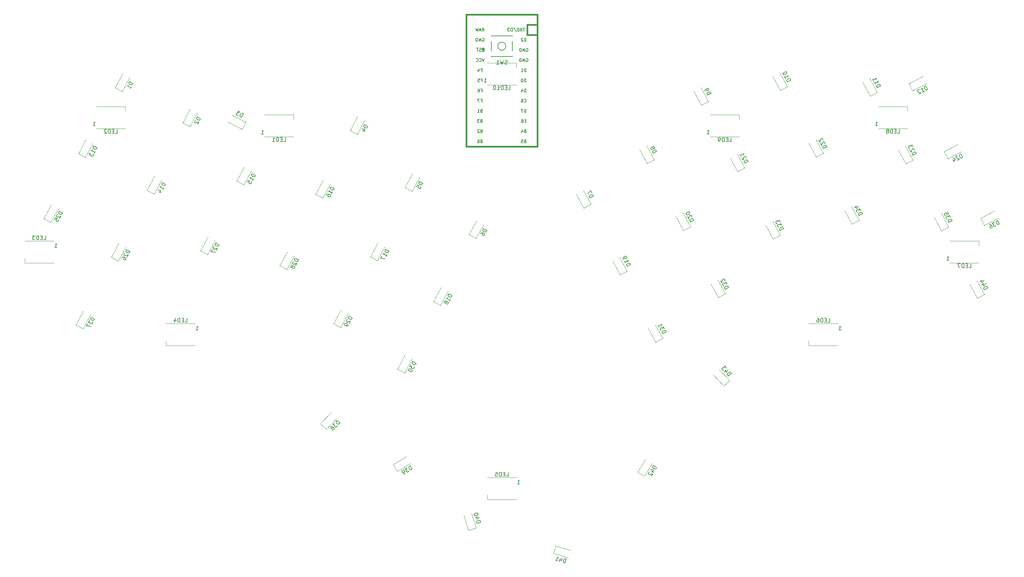
<source format=gbo>
G04 #@! TF.GenerationSoftware,KiCad,Pcbnew,5.1.5-52549c5~86~ubuntu18.04.1*
G04 #@! TF.CreationDate,2020-04-17T17:36:02+02:00*
G04 #@! TF.ProjectId,first-pcb,66697273-742d-4706-9362-2e6b69636164,0.1.1*
G04 #@! TF.SameCoordinates,Original*
G04 #@! TF.FileFunction,Legend,Bot*
G04 #@! TF.FilePolarity,Positive*
%FSLAX46Y46*%
G04 Gerber Fmt 4.6, Leading zero omitted, Abs format (unit mm)*
G04 Created by KiCad (PCBNEW 5.1.5-52549c5~86~ubuntu18.04.1) date 2020-04-17 17:36:02*
%MOMM*%
%LPD*%
G04 APERTURE LIST*
%ADD10C,0.120000*%
%ADD11C,0.381000*%
%ADD12C,0.150000*%
%ADD13C,0.100000*%
%ADD14C,2.352000*%
%ADD15C,4.089800*%
%ADD16C,1.852000*%
%ADD17C,3.602000*%
%ADD18R,1.602000X1.102000*%
%ADD19C,1.854600*%
%ADD20R,1.854600X1.854600*%
%ADD21O,1.802000X1.802000*%
%ADD22R,1.802000X1.802000*%
%ADD23R,1.902000X1.202000*%
G04 APERTURE END LIST*
D10*
X151885793Y-45668751D02*
X151885793Y-46818751D01*
X144585793Y-45668751D02*
X151885793Y-45668751D01*
X144585793Y-51168751D02*
X151885793Y-51168751D01*
X207617500Y-58628750D02*
X207617500Y-59778750D01*
X200317500Y-58628750D02*
X207617500Y-58628750D01*
X200317500Y-64128750D02*
X207617500Y-64128750D01*
X249692500Y-56551250D02*
X249692500Y-57701250D01*
X242392500Y-56551250D02*
X249692500Y-56551250D01*
X242392500Y-62051250D02*
X249692500Y-62051250D01*
X267548750Y-90188750D02*
X267548750Y-91338750D01*
X260248750Y-90188750D02*
X267548750Y-90188750D01*
X260248750Y-95688750D02*
X267548750Y-95688750D01*
X224949999Y-116336250D02*
X224949999Y-115186250D01*
X232249999Y-116336250D02*
X224949999Y-116336250D01*
X232249999Y-110836250D02*
X224949999Y-110836250D01*
X144581249Y-154863750D02*
X144581249Y-153713750D01*
X151881249Y-154863750D02*
X144581249Y-154863750D01*
X151881249Y-149363750D02*
X144581249Y-149363750D01*
X64228750Y-116326250D02*
X64228750Y-115176250D01*
X71528750Y-116326250D02*
X64228750Y-116326250D01*
X71528750Y-110826250D02*
X64228750Y-110826250D01*
X28918750Y-95688750D02*
X28918750Y-94538750D01*
X36218750Y-95688750D02*
X28918750Y-95688750D01*
X36218750Y-90188750D02*
X28918750Y-90188750D01*
X54102499Y-56547500D02*
X54102499Y-57697500D01*
X46802499Y-56547500D02*
X54102499Y-56547500D01*
X46802499Y-62047500D02*
X54102499Y-62047500D01*
X96148751Y-58622500D02*
X96148751Y-59772500D01*
X88848751Y-58622500D02*
X96148751Y-58622500D01*
X88848751Y-64122500D02*
X96148751Y-64122500D01*
D11*
X154585793Y-36076905D02*
X157125793Y-36076905D01*
X157125793Y-33536905D02*
X157125793Y-36076905D01*
X139345793Y-33536905D02*
X157125793Y-33536905D01*
X139345793Y-36076905D02*
X139345793Y-33536905D01*
D12*
G36*
X143304225Y-42556265D02*
G01*
X143304225Y-42756265D01*
X143404225Y-42756265D01*
X143404225Y-42556265D01*
X143304225Y-42556265D01*
G37*
X143304225Y-42556265D02*
X143304225Y-42756265D01*
X143404225Y-42756265D01*
X143404225Y-42556265D01*
X143304225Y-42556265D01*
G36*
X143704225Y-41956265D02*
G01*
X143704225Y-42756265D01*
X143804225Y-42756265D01*
X143804225Y-41956265D01*
X143704225Y-41956265D01*
G37*
X143704225Y-41956265D02*
X143704225Y-42756265D01*
X143804225Y-42756265D01*
X143804225Y-41956265D01*
X143704225Y-41956265D01*
G36*
X143304225Y-41956265D02*
G01*
X143304225Y-42056265D01*
X143804225Y-42056265D01*
X143804225Y-41956265D01*
X143304225Y-41956265D01*
G37*
X143304225Y-41956265D02*
X143304225Y-42056265D01*
X143804225Y-42056265D01*
X143804225Y-41956265D01*
X143304225Y-41956265D01*
G36*
X143504225Y-42356265D02*
G01*
X143504225Y-42456265D01*
X143604225Y-42456265D01*
X143604225Y-42356265D01*
X143504225Y-42356265D01*
G37*
X143504225Y-42356265D02*
X143504225Y-42456265D01*
X143604225Y-42456265D01*
X143604225Y-42356265D01*
X143504225Y-42356265D01*
G36*
X143304225Y-41956265D02*
G01*
X143304225Y-42256265D01*
X143404225Y-42256265D01*
X143404225Y-41956265D01*
X143304225Y-41956265D01*
G37*
X143304225Y-41956265D02*
X143304225Y-42256265D01*
X143404225Y-42256265D01*
X143404225Y-41956265D01*
X143304225Y-41956265D01*
D11*
X154585793Y-38616905D02*
X157125793Y-38616905D01*
X154585793Y-36076905D02*
X154585793Y-38616905D01*
X139345793Y-66556905D02*
X139345793Y-36076905D01*
X157125793Y-66556905D02*
X139345793Y-66556905D01*
X157125793Y-36076905D02*
X157125793Y-66556905D01*
D10*
X53349575Y-52738333D02*
X55180514Y-49294837D01*
X51583679Y-51799390D02*
X53414618Y-48355894D01*
X53349575Y-52738333D02*
X51583679Y-51799390D01*
X268870403Y-103595329D02*
X267039464Y-100151833D01*
X267104507Y-104534272D02*
X265273568Y-101090776D01*
X268870403Y-103595329D02*
X267104507Y-104534272D01*
X205179082Y-125099153D02*
X202519288Y-122246874D01*
X203716375Y-126463150D02*
X201056581Y-123610871D01*
X205179082Y-125099153D02*
X203716375Y-126463150D01*
X183876525Y-149060681D02*
X185943210Y-145753294D01*
X182180429Y-148000843D02*
X184247114Y-144693455D01*
X183876525Y-149060681D02*
X182180429Y-148000843D01*
X161139237Y-168352372D02*
X164868825Y-169492622D01*
X161723980Y-166439763D02*
X165453569Y-167580013D01*
X161139237Y-168352372D02*
X161723980Y-166439763D01*
X268892633Y-86278765D02*
X272336129Y-84447826D01*
X267953690Y-84512869D02*
X271397186Y-82681930D01*
X268892633Y-86278765D02*
X267953690Y-84512869D01*
X259940094Y-86732237D02*
X258109155Y-83288741D01*
X258174198Y-87671180D02*
X256343259Y-84227684D01*
X259940094Y-86732237D02*
X258174198Y-87671180D01*
X237541651Y-85049167D02*
X235710712Y-81605671D01*
X235775755Y-85988110D02*
X233944816Y-82544614D01*
X237541651Y-85049167D02*
X235775755Y-85988110D01*
X217820215Y-88738967D02*
X215989276Y-85295471D01*
X216054319Y-89677910D02*
X214223380Y-86234414D01*
X217820215Y-88738967D02*
X216054319Y-89677910D01*
X204087106Y-103434180D02*
X202256167Y-99990684D01*
X202321210Y-104373123D02*
X200490271Y-100929627D01*
X204087106Y-103434180D02*
X202321210Y-104373123D01*
X188454957Y-114601097D02*
X186624018Y-111157601D01*
X186689061Y-115540040D02*
X184858122Y-112096544D01*
X188454957Y-114601097D02*
X186689061Y-115540040D01*
X259723233Y-69641765D02*
X263166729Y-67810826D01*
X258784290Y-67875869D02*
X262227786Y-66044930D01*
X259723233Y-69641765D02*
X258784290Y-67875869D01*
X251011570Y-69940120D02*
X249180631Y-66496624D01*
X249245674Y-70879063D02*
X247414735Y-67435567D01*
X251011570Y-69940120D02*
X249245674Y-70879063D01*
X228613124Y-68257049D02*
X226782185Y-64813553D01*
X226847228Y-69195992D02*
X225016289Y-65752496D01*
X228613124Y-68257049D02*
X226847228Y-69195992D01*
X208947758Y-71917039D02*
X207116819Y-68473543D01*
X207181862Y-72855982D02*
X205350923Y-69412486D01*
X208947758Y-71917039D02*
X207181862Y-72855982D01*
X195368159Y-86616927D02*
X193537220Y-83173431D01*
X193602263Y-87555870D02*
X191771324Y-84112374D01*
X195368159Y-86616927D02*
X193602263Y-87555870D01*
X179568708Y-97750538D02*
X177737769Y-94307042D01*
X177802812Y-98689481D02*
X175971873Y-95245985D01*
X179568708Y-97750538D02*
X177802812Y-98689481D01*
X250960234Y-52623766D02*
X254403730Y-50792827D01*
X250021291Y-50857870D02*
X253464787Y-49026931D01*
X250960234Y-52623766D02*
X250021291Y-50857870D01*
X242079484Y-53006057D02*
X240248545Y-49562561D01*
X240313588Y-53945000D02*
X238482649Y-50501504D01*
X242079484Y-53006057D02*
X240313588Y-53945000D01*
X219602273Y-51580620D02*
X217771334Y-48137124D01*
X217836377Y-52519563D02*
X216005438Y-49076067D01*
X219602273Y-51580620D02*
X217836377Y-52519563D01*
X199867710Y-55313364D02*
X198036771Y-51869868D01*
X198101814Y-56252307D02*
X196270875Y-52808811D01*
X199867710Y-55313364D02*
X198101814Y-56252307D01*
X186312596Y-69856402D02*
X184481657Y-66412906D01*
X184546700Y-70795345D02*
X182715761Y-67351849D01*
X186312596Y-69856402D02*
X184546700Y-70795345D01*
X170485112Y-81004916D02*
X168654173Y-77561420D01*
X168719216Y-81943859D02*
X166888277Y-78500363D01*
X170485112Y-81004916D02*
X168719216Y-81943859D01*
D12*
X150835795Y-38876905D02*
X145635795Y-38876905D01*
X145635795Y-38876905D02*
X145635795Y-44076905D01*
X145635795Y-44076905D02*
X150835795Y-44076905D01*
X150835795Y-44076905D02*
X150835795Y-38876905D01*
X149235795Y-41476905D02*
G75*
G03X149235795Y-41476905I-1000000J0D01*
G01*
D10*
X141767943Y-161983845D02*
X140627693Y-158254256D01*
X139855334Y-162568588D02*
X138715084Y-158839000D01*
X141767943Y-161983845D02*
X139855334Y-162568588D01*
X122106862Y-147877399D02*
X125414250Y-145810714D01*
X121047024Y-146181303D02*
X124354411Y-144114618D01*
X122106862Y-147877399D02*
X121047024Y-146181303D01*
X104344167Y-137305821D02*
X107003961Y-134453542D01*
X102881460Y-135941824D02*
X105541254Y-133089545D01*
X104344167Y-137305821D02*
X102881460Y-135941824D01*
X43511185Y-112089709D02*
X45342124Y-108646213D01*
X41745289Y-111150766D02*
X43576228Y-107707270D01*
X43511185Y-112089709D02*
X41745289Y-111150766D01*
X123908829Y-123193887D02*
X125739768Y-119750391D01*
X122142933Y-122254944D02*
X123973872Y-118811448D01*
X123908829Y-123193887D02*
X122142933Y-122254944D01*
X107944727Y-111828897D02*
X109775666Y-108385401D01*
X106178831Y-110889954D02*
X108009770Y-107446458D01*
X107944727Y-111828897D02*
X106178831Y-110889954D01*
X94501752Y-97345481D02*
X96332691Y-93901985D01*
X92735856Y-96406538D02*
X94566795Y-92963042D01*
X94501752Y-97345481D02*
X92735856Y-96406538D01*
X74655056Y-93553114D02*
X76485995Y-90109618D01*
X72889160Y-92614171D02*
X74720099Y-89170675D01*
X74655056Y-93553114D02*
X72889160Y-92614171D01*
X52342487Y-95209933D02*
X54173426Y-91766437D01*
X50576591Y-94270990D02*
X52407530Y-90827494D01*
X52342487Y-95209933D02*
X50576591Y-94270990D01*
X35483326Y-85569397D02*
X37314265Y-82125901D01*
X33717430Y-84630454D02*
X35548369Y-81186958D01*
X35483326Y-85569397D02*
X33717430Y-84630454D01*
X132911883Y-106261601D02*
X134742822Y-102818105D01*
X131145987Y-105322658D02*
X132976926Y-101879162D01*
X132911883Y-106261601D02*
X131145987Y-105322658D01*
X117112435Y-95127994D02*
X118943374Y-91684498D01*
X115346539Y-94189051D02*
X117177478Y-90745555D01*
X117112435Y-95127994D02*
X115346539Y-94189051D01*
X103458005Y-79460233D02*
X105288944Y-76016737D01*
X101692109Y-78521290D02*
X103523048Y-75077794D01*
X103458005Y-79460233D02*
X101692109Y-78521290D01*
X83733222Y-76150040D02*
X85564161Y-72706544D01*
X81967326Y-75211097D02*
X83798265Y-71767601D01*
X83733222Y-76150040D02*
X81967326Y-75211097D01*
X61285916Y-78389783D02*
X63116855Y-74946287D01*
X59520020Y-77450840D02*
X61350959Y-74007344D01*
X61285916Y-78389783D02*
X59520020Y-77450840D01*
X44129362Y-69267481D02*
X45960301Y-65823985D01*
X42363466Y-68328538D02*
X44194405Y-64885042D01*
X44129362Y-69267481D02*
X42363466Y-68328538D01*
X141795694Y-89553583D02*
X143626633Y-86110087D01*
X140029798Y-88614640D02*
X141860737Y-85171144D01*
X141795694Y-89553583D02*
X140029798Y-88614640D01*
X125801972Y-77737539D02*
X127632911Y-74294043D01*
X124036076Y-76798596D02*
X125867015Y-73355100D01*
X125801972Y-77737539D02*
X124036076Y-76798596D01*
X112052213Y-63526308D02*
X113883152Y-60082812D01*
X110286317Y-62587365D02*
X112117256Y-59143869D01*
X112052213Y-63526308D02*
X110286317Y-62587365D01*
X84212354Y-60498363D02*
X80768858Y-58667424D01*
X83273411Y-62264259D02*
X79829915Y-60433320D01*
X84212354Y-60498363D02*
X83273411Y-62264259D01*
X70229347Y-61569629D02*
X72060286Y-58126133D01*
X68463451Y-60630686D02*
X70294390Y-57187190D01*
X70229347Y-61569629D02*
X68463451Y-60630686D01*
D13*
X141442093Y-37346905D02*
G75*
G03X141442093Y-37346905I-826300J0D01*
G01*
X156682093Y-65286905D02*
G75*
G03X156682093Y-65286905I-826300J0D01*
G01*
X141442093Y-39886905D02*
G75*
G03X141442093Y-39886905I-826300J0D01*
G01*
X141442093Y-42426905D02*
G75*
G03X141442093Y-42426905I-826300J0D01*
G01*
X141442093Y-44966905D02*
G75*
G03X141442093Y-44966905I-826300J0D01*
G01*
X141442093Y-47506905D02*
G75*
G03X141442093Y-47506905I-826300J0D01*
G01*
X141442093Y-50046905D02*
G75*
G03X141442093Y-50046905I-826300J0D01*
G01*
X141442093Y-52586905D02*
G75*
G03X141442093Y-52586905I-826300J0D01*
G01*
X141442093Y-55126905D02*
G75*
G03X141442093Y-55126905I-826300J0D01*
G01*
X141442093Y-57666905D02*
G75*
G03X141442093Y-57666905I-826300J0D01*
G01*
X141442093Y-60206905D02*
G75*
G03X141442093Y-60206905I-826300J0D01*
G01*
X141442093Y-62746905D02*
G75*
G03X141442093Y-62746905I-826300J0D01*
G01*
X141442093Y-65286905D02*
G75*
G03X141442093Y-65286905I-826300J0D01*
G01*
X156682093Y-62746905D02*
G75*
G03X156682093Y-62746905I-826300J0D01*
G01*
X156682093Y-60206905D02*
G75*
G03X156682093Y-60206905I-826300J0D01*
G01*
X156682093Y-57666905D02*
G75*
G03X156682093Y-57666905I-826300J0D01*
G01*
X156682093Y-55126905D02*
G75*
G03X156682093Y-55126905I-826300J0D01*
G01*
X156682093Y-52586905D02*
G75*
G03X156682093Y-52586905I-826300J0D01*
G01*
X156682093Y-50046905D02*
G75*
G03X156682093Y-50046905I-826300J0D01*
G01*
X156682093Y-47506905D02*
G75*
G03X156682093Y-47506905I-826300J0D01*
G01*
X156682093Y-44966905D02*
G75*
G03X156682093Y-44966905I-826300J0D01*
G01*
X156682093Y-42426905D02*
G75*
G03X156682093Y-42426905I-826300J0D01*
G01*
X156682093Y-39886905D02*
G75*
G03X156682093Y-39886905I-826300J0D01*
G01*
X155029493Y-36520605D02*
X155029493Y-38173205D01*
X156682093Y-38173205D01*
X156682093Y-36520605D01*
X155029493Y-36520605D01*
D12*
X149831031Y-52371131D02*
X150307221Y-52371131D01*
X150307221Y-51371131D01*
X149497697Y-51847322D02*
X149164364Y-51847322D01*
X149021507Y-52371131D02*
X149497697Y-52371131D01*
X149497697Y-51371131D01*
X149021507Y-51371131D01*
X148592935Y-52371131D02*
X148592935Y-51371131D01*
X148354840Y-51371131D01*
X148211983Y-51418751D01*
X148116745Y-51513989D01*
X148069126Y-51609227D01*
X148021507Y-51799703D01*
X148021507Y-51942560D01*
X148069126Y-52133036D01*
X148116745Y-52228274D01*
X148211983Y-52323512D01*
X148354840Y-52371131D01*
X148592935Y-52371131D01*
X147069126Y-52371131D02*
X147640554Y-52371131D01*
X147354840Y-52371131D02*
X147354840Y-51371131D01*
X147450078Y-51513989D01*
X147545316Y-51609227D01*
X147640554Y-51656846D01*
X146450078Y-51371131D02*
X146354840Y-51371131D01*
X146259602Y-51418751D01*
X146211983Y-51466370D01*
X146164364Y-51561608D01*
X146116745Y-51752084D01*
X146116745Y-51990179D01*
X146164364Y-52180655D01*
X146211983Y-52275893D01*
X146259602Y-52323512D01*
X146354840Y-52371131D01*
X146450078Y-52371131D01*
X146545316Y-52323512D01*
X146592935Y-52275893D01*
X146640554Y-52180655D01*
X146688173Y-51990179D01*
X146688173Y-51752084D01*
X146640554Y-51561608D01*
X146592935Y-51466370D01*
X146545316Y-51418751D01*
X146450078Y-51371131D01*
X143800078Y-50471131D02*
X144371507Y-50471131D01*
X144085793Y-50471131D02*
X144085793Y-49471131D01*
X144181031Y-49613989D01*
X144276269Y-49709227D01*
X144371507Y-49756846D01*
X205086547Y-65331130D02*
X205562738Y-65331130D01*
X205562738Y-64331130D01*
X204753214Y-64807321D02*
X204419880Y-64807321D01*
X204277023Y-65331130D02*
X204753214Y-65331130D01*
X204753214Y-64331130D01*
X204277023Y-64331130D01*
X203848452Y-65331130D02*
X203848452Y-64331130D01*
X203610357Y-64331130D01*
X203467500Y-64378750D01*
X203372261Y-64473988D01*
X203324642Y-64569226D01*
X203277023Y-64759702D01*
X203277023Y-64902559D01*
X203324642Y-65093035D01*
X203372261Y-65188273D01*
X203467500Y-65283511D01*
X203610357Y-65331130D01*
X203848452Y-65331130D01*
X202800833Y-65331130D02*
X202610357Y-65331130D01*
X202515119Y-65283511D01*
X202467500Y-65235892D01*
X202372261Y-65093035D01*
X202324642Y-64902559D01*
X202324642Y-64521607D01*
X202372261Y-64426369D01*
X202419880Y-64378750D01*
X202515119Y-64331130D01*
X202705595Y-64331130D01*
X202800833Y-64378750D01*
X202848452Y-64426369D01*
X202896071Y-64521607D01*
X202896071Y-64759702D01*
X202848452Y-64854940D01*
X202800833Y-64902559D01*
X202705595Y-64950178D01*
X202515119Y-64950178D01*
X202419880Y-64902559D01*
X202372261Y-64854940D01*
X202324642Y-64759702D01*
X199531785Y-63431130D02*
X200103214Y-63431130D01*
X199817500Y-63431130D02*
X199817500Y-62431130D01*
X199912738Y-62573988D01*
X200007976Y-62669226D01*
X200103214Y-62716845D01*
X247161547Y-63253630D02*
X247637738Y-63253630D01*
X247637738Y-62253630D01*
X246828214Y-62729821D02*
X246494880Y-62729821D01*
X246352023Y-63253630D02*
X246828214Y-63253630D01*
X246828214Y-62253630D01*
X246352023Y-62253630D01*
X245923452Y-63253630D02*
X245923452Y-62253630D01*
X245685357Y-62253630D01*
X245542500Y-62301250D01*
X245447261Y-62396488D01*
X245399642Y-62491726D01*
X245352023Y-62682202D01*
X245352023Y-62825059D01*
X245399642Y-63015535D01*
X245447261Y-63110773D01*
X245542500Y-63206011D01*
X245685357Y-63253630D01*
X245923452Y-63253630D01*
X244780595Y-62682202D02*
X244875833Y-62634583D01*
X244923452Y-62586964D01*
X244971071Y-62491726D01*
X244971071Y-62444107D01*
X244923452Y-62348869D01*
X244875833Y-62301250D01*
X244780595Y-62253630D01*
X244590119Y-62253630D01*
X244494880Y-62301250D01*
X244447261Y-62348869D01*
X244399642Y-62444107D01*
X244399642Y-62491726D01*
X244447261Y-62586964D01*
X244494880Y-62634583D01*
X244590119Y-62682202D01*
X244780595Y-62682202D01*
X244875833Y-62729821D01*
X244923452Y-62777440D01*
X244971071Y-62872678D01*
X244971071Y-63063154D01*
X244923452Y-63158392D01*
X244875833Y-63206011D01*
X244780595Y-63253630D01*
X244590119Y-63253630D01*
X244494880Y-63206011D01*
X244447261Y-63158392D01*
X244399642Y-63063154D01*
X244399642Y-62872678D01*
X244447261Y-62777440D01*
X244494880Y-62729821D01*
X244590119Y-62682202D01*
X241606785Y-61353630D02*
X242178214Y-61353630D01*
X241892500Y-61353630D02*
X241892500Y-60353630D01*
X241987738Y-60496488D01*
X242082976Y-60591726D01*
X242178214Y-60639345D01*
X265017797Y-96891130D02*
X265493988Y-96891130D01*
X265493988Y-95891130D01*
X264684464Y-96367321D02*
X264351130Y-96367321D01*
X264208273Y-96891130D02*
X264684464Y-96891130D01*
X264684464Y-95891130D01*
X264208273Y-95891130D01*
X263779702Y-96891130D02*
X263779702Y-95891130D01*
X263541607Y-95891130D01*
X263398750Y-95938750D01*
X263303511Y-96033988D01*
X263255892Y-96129226D01*
X263208273Y-96319702D01*
X263208273Y-96462559D01*
X263255892Y-96653035D01*
X263303511Y-96748273D01*
X263398750Y-96843511D01*
X263541607Y-96891130D01*
X263779702Y-96891130D01*
X262874940Y-95891130D02*
X262208273Y-95891130D01*
X262636845Y-96891130D01*
X259463035Y-94991130D02*
X260034464Y-94991130D01*
X259748750Y-94991130D02*
X259748750Y-93991130D01*
X259843988Y-94133988D01*
X259939226Y-94229226D01*
X260034464Y-94276845D01*
X229719046Y-110538630D02*
X230195237Y-110538630D01*
X230195237Y-109538630D01*
X229385713Y-110014821D02*
X229052379Y-110014821D01*
X228909522Y-110538630D02*
X229385713Y-110538630D01*
X229385713Y-109538630D01*
X228909522Y-109538630D01*
X228480951Y-110538630D02*
X228480951Y-109538630D01*
X228242856Y-109538630D01*
X228099999Y-109586250D01*
X228004760Y-109681488D01*
X227957141Y-109776726D01*
X227909522Y-109967202D01*
X227909522Y-110110059D01*
X227957141Y-110300535D01*
X228004760Y-110395773D01*
X228099999Y-110491011D01*
X228242856Y-110538630D01*
X228480951Y-110538630D01*
X227052379Y-109538630D02*
X227242856Y-109538630D01*
X227338094Y-109586250D01*
X227385713Y-109633869D01*
X227480951Y-109776726D01*
X227528570Y-109967202D01*
X227528570Y-110348154D01*
X227480951Y-110443392D01*
X227433332Y-110491011D01*
X227338094Y-110538630D01*
X227147618Y-110538630D01*
X227052379Y-110491011D01*
X227004760Y-110443392D01*
X226957141Y-110348154D01*
X226957141Y-110110059D01*
X227004760Y-110014821D01*
X227052379Y-109967202D01*
X227147618Y-109919583D01*
X227338094Y-109919583D01*
X227433332Y-109967202D01*
X227480951Y-110014821D01*
X227528570Y-110110059D01*
X232464284Y-112438630D02*
X233035713Y-112438630D01*
X232749999Y-112438630D02*
X232749999Y-111438630D01*
X232845237Y-111581488D01*
X232940475Y-111676726D01*
X233035713Y-111724345D01*
X149350296Y-149066130D02*
X149826487Y-149066130D01*
X149826487Y-148066130D01*
X149016963Y-148542321D02*
X148683629Y-148542321D01*
X148540772Y-149066130D02*
X149016963Y-149066130D01*
X149016963Y-148066130D01*
X148540772Y-148066130D01*
X148112201Y-149066130D02*
X148112201Y-148066130D01*
X147874106Y-148066130D01*
X147731249Y-148113750D01*
X147636010Y-148208988D01*
X147588391Y-148304226D01*
X147540772Y-148494702D01*
X147540772Y-148637559D01*
X147588391Y-148828035D01*
X147636010Y-148923273D01*
X147731249Y-149018511D01*
X147874106Y-149066130D01*
X148112201Y-149066130D01*
X146636010Y-148066130D02*
X147112201Y-148066130D01*
X147159820Y-148542321D01*
X147112201Y-148494702D01*
X147016963Y-148447083D01*
X146778868Y-148447083D01*
X146683629Y-148494702D01*
X146636010Y-148542321D01*
X146588391Y-148637559D01*
X146588391Y-148875654D01*
X146636010Y-148970892D01*
X146683629Y-149018511D01*
X146778868Y-149066130D01*
X147016963Y-149066130D01*
X147112201Y-149018511D01*
X147159820Y-148970892D01*
X152095534Y-150966130D02*
X152666963Y-150966130D01*
X152381249Y-150966130D02*
X152381249Y-149966130D01*
X152476487Y-150108988D01*
X152571725Y-150204226D01*
X152666963Y-150251845D01*
X68997797Y-110528630D02*
X69473988Y-110528630D01*
X69473988Y-109528630D01*
X68664464Y-110004821D02*
X68331130Y-110004821D01*
X68188273Y-110528630D02*
X68664464Y-110528630D01*
X68664464Y-109528630D01*
X68188273Y-109528630D01*
X67759702Y-110528630D02*
X67759702Y-109528630D01*
X67521607Y-109528630D01*
X67378750Y-109576250D01*
X67283511Y-109671488D01*
X67235892Y-109766726D01*
X67188273Y-109957202D01*
X67188273Y-110100059D01*
X67235892Y-110290535D01*
X67283511Y-110385773D01*
X67378750Y-110481011D01*
X67521607Y-110528630D01*
X67759702Y-110528630D01*
X66331130Y-109861964D02*
X66331130Y-110528630D01*
X66569226Y-109481011D02*
X66807321Y-110195297D01*
X66188273Y-110195297D01*
X71743035Y-112428630D02*
X72314464Y-112428630D01*
X72028750Y-112428630D02*
X72028750Y-111428630D01*
X72123988Y-111571488D01*
X72219226Y-111666726D01*
X72314464Y-111714345D01*
X33687797Y-89891130D02*
X34163988Y-89891130D01*
X34163988Y-88891130D01*
X33354464Y-89367321D02*
X33021130Y-89367321D01*
X32878273Y-89891130D02*
X33354464Y-89891130D01*
X33354464Y-88891130D01*
X32878273Y-88891130D01*
X32449702Y-89891130D02*
X32449702Y-88891130D01*
X32211607Y-88891130D01*
X32068750Y-88938750D01*
X31973511Y-89033988D01*
X31925892Y-89129226D01*
X31878273Y-89319702D01*
X31878273Y-89462559D01*
X31925892Y-89653035D01*
X31973511Y-89748273D01*
X32068750Y-89843511D01*
X32211607Y-89891130D01*
X32449702Y-89891130D01*
X31544940Y-88891130D02*
X30925892Y-88891130D01*
X31259226Y-89272083D01*
X31116369Y-89272083D01*
X31021130Y-89319702D01*
X30973511Y-89367321D01*
X30925892Y-89462559D01*
X30925892Y-89700654D01*
X30973511Y-89795892D01*
X31021130Y-89843511D01*
X31116369Y-89891130D01*
X31402083Y-89891130D01*
X31497321Y-89843511D01*
X31544940Y-89795892D01*
X36433035Y-91791130D02*
X37004464Y-91791130D01*
X36718750Y-91791130D02*
X36718750Y-90791130D01*
X36813988Y-90933988D01*
X36909226Y-91029226D01*
X37004464Y-91076845D01*
X51571546Y-63249880D02*
X52047737Y-63249880D01*
X52047737Y-62249880D01*
X51238213Y-62726071D02*
X50904879Y-62726071D01*
X50762022Y-63249880D02*
X51238213Y-63249880D01*
X51238213Y-62249880D01*
X50762022Y-62249880D01*
X50333451Y-63249880D02*
X50333451Y-62249880D01*
X50095356Y-62249880D01*
X49952499Y-62297500D01*
X49857260Y-62392738D01*
X49809641Y-62487976D01*
X49762022Y-62678452D01*
X49762022Y-62821309D01*
X49809641Y-63011785D01*
X49857260Y-63107023D01*
X49952499Y-63202261D01*
X50095356Y-63249880D01*
X50333451Y-63249880D01*
X49381070Y-62345119D02*
X49333451Y-62297500D01*
X49238213Y-62249880D01*
X49000118Y-62249880D01*
X48904879Y-62297500D01*
X48857260Y-62345119D01*
X48809641Y-62440357D01*
X48809641Y-62535595D01*
X48857260Y-62678452D01*
X49428689Y-63249880D01*
X48809641Y-63249880D01*
X46016784Y-61349880D02*
X46588213Y-61349880D01*
X46302499Y-61349880D02*
X46302499Y-60349880D01*
X46397737Y-60492738D01*
X46492975Y-60587976D01*
X46588213Y-60635595D01*
X93617798Y-65324880D02*
X94093989Y-65324880D01*
X94093989Y-64324880D01*
X93284465Y-64801071D02*
X92951131Y-64801071D01*
X92808274Y-65324880D02*
X93284465Y-65324880D01*
X93284465Y-64324880D01*
X92808274Y-64324880D01*
X92379703Y-65324880D02*
X92379703Y-64324880D01*
X92141608Y-64324880D01*
X91998751Y-64372500D01*
X91903512Y-64467738D01*
X91855893Y-64562976D01*
X91808274Y-64753452D01*
X91808274Y-64896309D01*
X91855893Y-65086785D01*
X91903512Y-65182023D01*
X91998751Y-65277261D01*
X92141608Y-65324880D01*
X92379703Y-65324880D01*
X90855893Y-65324880D02*
X91427322Y-65324880D01*
X91141608Y-65324880D02*
X91141608Y-64324880D01*
X91236846Y-64467738D01*
X91332084Y-64562976D01*
X91427322Y-64610595D01*
X88063036Y-63424880D02*
X88634465Y-63424880D01*
X88348751Y-63424880D02*
X88348751Y-62424880D01*
X88443989Y-62567738D01*
X88539227Y-62662976D01*
X88634465Y-62710595D01*
X153998141Y-36908809D02*
X153540998Y-36908809D01*
X153769569Y-37708809D02*
X153769569Y-36908809D01*
X153350522Y-36908809D02*
X152817188Y-37708809D01*
X152817188Y-36908809D02*
X153350522Y-37708809D01*
X152360045Y-36908809D02*
X152283855Y-36908809D01*
X152207665Y-36946905D01*
X152169569Y-36985000D01*
X152131474Y-37061190D01*
X152093379Y-37213571D01*
X152093379Y-37404047D01*
X152131474Y-37556428D01*
X152169569Y-37632619D01*
X152207665Y-37670714D01*
X152283855Y-37708809D01*
X152360045Y-37708809D01*
X152436236Y-37670714D01*
X152474331Y-37632619D01*
X152512426Y-37556428D01*
X152550522Y-37404047D01*
X152550522Y-37213571D01*
X152512426Y-37061190D01*
X152474331Y-36985000D01*
X152436236Y-36946905D01*
X152360045Y-36908809D01*
X151179093Y-36870714D02*
X151864807Y-37899285D01*
X150912426Y-37708809D02*
X150912426Y-36908809D01*
X150721950Y-36908809D01*
X150607665Y-36946905D01*
X150531474Y-37023095D01*
X150493379Y-37099285D01*
X150455284Y-37251666D01*
X150455284Y-37365952D01*
X150493379Y-37518333D01*
X150531474Y-37594524D01*
X150607665Y-37670714D01*
X150721950Y-37708809D01*
X150912426Y-37708809D01*
X150188617Y-36908809D02*
X149693379Y-36908809D01*
X149960045Y-37213571D01*
X149845760Y-37213571D01*
X149769569Y-37251666D01*
X149731474Y-37289762D01*
X149693379Y-37365952D01*
X149693379Y-37556428D01*
X149731474Y-37632619D01*
X149769569Y-37670714D01*
X149845760Y-37708809D01*
X150074331Y-37708809D01*
X150150522Y-37670714D01*
X150188617Y-37632619D01*
X154287269Y-40248809D02*
X154287269Y-39448809D01*
X154096793Y-39448809D01*
X153982507Y-39486905D01*
X153906316Y-39563095D01*
X153868221Y-39639285D01*
X153830126Y-39791666D01*
X153830126Y-39905952D01*
X153868221Y-40058333D01*
X153906316Y-40134524D01*
X153982507Y-40210714D01*
X154096793Y-40248809D01*
X154287269Y-40248809D01*
X153525364Y-39525000D02*
X153487269Y-39486905D01*
X153411078Y-39448809D01*
X153220602Y-39448809D01*
X153144412Y-39486905D01*
X153106316Y-39525000D01*
X153068221Y-39601190D01*
X153068221Y-39677381D01*
X153106316Y-39791666D01*
X153563459Y-40248809D01*
X153068221Y-40248809D01*
X154287269Y-50408809D02*
X154287269Y-49608809D01*
X154096793Y-49608809D01*
X153982507Y-49646905D01*
X153906316Y-49723095D01*
X153868221Y-49799285D01*
X153830126Y-49951666D01*
X153830126Y-50065952D01*
X153868221Y-50218333D01*
X153906316Y-50294524D01*
X153982507Y-50370714D01*
X154096793Y-50408809D01*
X154287269Y-50408809D01*
X153334888Y-49608809D02*
X153258697Y-49608809D01*
X153182507Y-49646905D01*
X153144412Y-49685000D01*
X153106316Y-49761190D01*
X153068221Y-49913571D01*
X153068221Y-50104047D01*
X153106316Y-50256428D01*
X153144412Y-50332619D01*
X153182507Y-50370714D01*
X153258697Y-50408809D01*
X153334888Y-50408809D01*
X153411078Y-50370714D01*
X153449173Y-50332619D01*
X153487269Y-50256428D01*
X153525364Y-50104047D01*
X153525364Y-49913571D01*
X153487269Y-49761190D01*
X153449173Y-49685000D01*
X153411078Y-49646905D01*
X153334888Y-49608809D01*
X154287269Y-47868809D02*
X154287269Y-47068809D01*
X154096793Y-47068809D01*
X153982507Y-47106905D01*
X153906316Y-47183095D01*
X153868221Y-47259285D01*
X153830126Y-47411666D01*
X153830126Y-47525952D01*
X153868221Y-47678333D01*
X153906316Y-47754524D01*
X153982507Y-47830714D01*
X154096793Y-47868809D01*
X154287269Y-47868809D01*
X153068221Y-47868809D02*
X153525364Y-47868809D01*
X153296793Y-47868809D02*
X153296793Y-47068809D01*
X153372983Y-47183095D01*
X153449173Y-47259285D01*
X153525364Y-47297381D01*
X154306316Y-44566905D02*
X154382507Y-44528809D01*
X154496793Y-44528809D01*
X154611078Y-44566905D01*
X154687269Y-44643095D01*
X154725364Y-44719285D01*
X154763459Y-44871666D01*
X154763459Y-44985952D01*
X154725364Y-45138333D01*
X154687269Y-45214524D01*
X154611078Y-45290714D01*
X154496793Y-45328809D01*
X154420602Y-45328809D01*
X154306316Y-45290714D01*
X154268221Y-45252619D01*
X154268221Y-44985952D01*
X154420602Y-44985952D01*
X153925364Y-45328809D02*
X153925364Y-44528809D01*
X153468221Y-45328809D01*
X153468221Y-44528809D01*
X153087269Y-45328809D02*
X153087269Y-44528809D01*
X152896793Y-44528809D01*
X152782507Y-44566905D01*
X152706316Y-44643095D01*
X152668221Y-44719285D01*
X152630126Y-44871666D01*
X152630126Y-44985952D01*
X152668221Y-45138333D01*
X152706316Y-45214524D01*
X152782507Y-45290714D01*
X152896793Y-45328809D01*
X153087269Y-45328809D01*
X154306316Y-42026905D02*
X154382507Y-41988809D01*
X154496793Y-41988809D01*
X154611078Y-42026905D01*
X154687269Y-42103095D01*
X154725364Y-42179285D01*
X154763459Y-42331666D01*
X154763459Y-42445952D01*
X154725364Y-42598333D01*
X154687269Y-42674524D01*
X154611078Y-42750714D01*
X154496793Y-42788809D01*
X154420602Y-42788809D01*
X154306316Y-42750714D01*
X154268221Y-42712619D01*
X154268221Y-42445952D01*
X154420602Y-42445952D01*
X153925364Y-42788809D02*
X153925364Y-41988809D01*
X153468221Y-42788809D01*
X153468221Y-41988809D01*
X153087269Y-42788809D02*
X153087269Y-41988809D01*
X152896793Y-41988809D01*
X152782507Y-42026905D01*
X152706316Y-42103095D01*
X152668221Y-42179285D01*
X152630126Y-42331666D01*
X152630126Y-42445952D01*
X152668221Y-42598333D01*
X152706316Y-42674524D01*
X152782507Y-42750714D01*
X152896793Y-42788809D01*
X153087269Y-42788809D01*
X154287269Y-52948809D02*
X154287269Y-52148809D01*
X154096793Y-52148809D01*
X153982507Y-52186905D01*
X153906316Y-52263095D01*
X153868221Y-52339285D01*
X153830126Y-52491666D01*
X153830126Y-52605952D01*
X153868221Y-52758333D01*
X153906316Y-52834524D01*
X153982507Y-52910714D01*
X154096793Y-52948809D01*
X154287269Y-52948809D01*
X153144412Y-52415476D02*
X153144412Y-52948809D01*
X153334888Y-52110714D02*
X153525364Y-52682143D01*
X153030126Y-52682143D01*
X153830126Y-55412619D02*
X153868221Y-55450714D01*
X153982507Y-55488809D01*
X154058697Y-55488809D01*
X154172983Y-55450714D01*
X154249173Y-55374524D01*
X154287269Y-55298333D01*
X154325364Y-55145952D01*
X154325364Y-55031666D01*
X154287269Y-54879285D01*
X154249173Y-54803095D01*
X154172983Y-54726905D01*
X154058697Y-54688809D01*
X153982507Y-54688809D01*
X153868221Y-54726905D01*
X153830126Y-54765000D01*
X153144412Y-54688809D02*
X153296793Y-54688809D01*
X153372983Y-54726905D01*
X153411078Y-54765000D01*
X153487269Y-54879285D01*
X153525364Y-55031666D01*
X153525364Y-55336428D01*
X153487269Y-55412619D01*
X153449173Y-55450714D01*
X153372983Y-55488809D01*
X153220602Y-55488809D01*
X153144412Y-55450714D01*
X153106316Y-55412619D01*
X153068221Y-55336428D01*
X153068221Y-55145952D01*
X153106316Y-55069762D01*
X153144412Y-55031666D01*
X153220602Y-54993571D01*
X153372983Y-54993571D01*
X153449173Y-55031666D01*
X153487269Y-55069762D01*
X153525364Y-55145952D01*
X154287269Y-58028809D02*
X154287269Y-57228809D01*
X154096793Y-57228809D01*
X153982507Y-57266905D01*
X153906316Y-57343095D01*
X153868221Y-57419285D01*
X153830126Y-57571666D01*
X153830126Y-57685952D01*
X153868221Y-57838333D01*
X153906316Y-57914524D01*
X153982507Y-57990714D01*
X154096793Y-58028809D01*
X154287269Y-58028809D01*
X153563459Y-57228809D02*
X153030126Y-57228809D01*
X153372983Y-58028809D01*
X154249173Y-60149762D02*
X153982507Y-60149762D01*
X153868221Y-60568809D02*
X154249173Y-60568809D01*
X154249173Y-59768809D01*
X153868221Y-59768809D01*
X153182507Y-59768809D02*
X153334888Y-59768809D01*
X153411078Y-59806905D01*
X153449173Y-59845000D01*
X153525364Y-59959285D01*
X153563459Y-60111666D01*
X153563459Y-60416428D01*
X153525364Y-60492619D01*
X153487269Y-60530714D01*
X153411078Y-60568809D01*
X153258697Y-60568809D01*
X153182507Y-60530714D01*
X153144412Y-60492619D01*
X153106316Y-60416428D01*
X153106316Y-60225952D01*
X153144412Y-60149762D01*
X153182507Y-60111666D01*
X153258697Y-60073571D01*
X153411078Y-60073571D01*
X153487269Y-60111666D01*
X153525364Y-60149762D01*
X153563459Y-60225952D01*
X154020602Y-62689762D02*
X153906316Y-62727857D01*
X153868221Y-62765952D01*
X153830126Y-62842143D01*
X153830126Y-62956428D01*
X153868221Y-63032619D01*
X153906316Y-63070714D01*
X153982507Y-63108809D01*
X154287269Y-63108809D01*
X154287269Y-62308809D01*
X154020602Y-62308809D01*
X153944412Y-62346905D01*
X153906316Y-62385000D01*
X153868221Y-62461190D01*
X153868221Y-62537381D01*
X153906316Y-62613571D01*
X153944412Y-62651666D01*
X154020602Y-62689762D01*
X154287269Y-62689762D01*
X153144412Y-62575476D02*
X153144412Y-63108809D01*
X153334888Y-62270714D02*
X153525364Y-62842143D01*
X153030126Y-62842143D01*
X154020602Y-65229762D02*
X153906316Y-65267857D01*
X153868221Y-65305952D01*
X153830126Y-65382143D01*
X153830126Y-65496428D01*
X153868221Y-65572619D01*
X153906316Y-65610714D01*
X153982507Y-65648809D01*
X154287269Y-65648809D01*
X154287269Y-64848809D01*
X154020602Y-64848809D01*
X153944412Y-64886905D01*
X153906316Y-64925000D01*
X153868221Y-65001190D01*
X153868221Y-65077381D01*
X153906316Y-65153571D01*
X153944412Y-65191666D01*
X154020602Y-65229762D01*
X154287269Y-65229762D01*
X153106316Y-64848809D02*
X153487269Y-64848809D01*
X153525364Y-65229762D01*
X153487269Y-65191666D01*
X153411078Y-65153571D01*
X153220602Y-65153571D01*
X153144412Y-65191666D01*
X153106316Y-65229762D01*
X153068221Y-65305952D01*
X153068221Y-65496428D01*
X153106316Y-65572619D01*
X153144412Y-65610714D01*
X153220602Y-65648809D01*
X153411078Y-65648809D01*
X153487269Y-65610714D01*
X153525364Y-65572619D01*
X143098602Y-65229762D02*
X142984316Y-65267857D01*
X142946221Y-65305952D01*
X142908126Y-65382143D01*
X142908126Y-65496428D01*
X142946221Y-65572619D01*
X142984316Y-65610714D01*
X143060507Y-65648809D01*
X143365269Y-65648809D01*
X143365269Y-64848809D01*
X143098602Y-64848809D01*
X143022412Y-64886905D01*
X142984316Y-64925000D01*
X142946221Y-65001190D01*
X142946221Y-65077381D01*
X142984316Y-65153571D01*
X143022412Y-65191666D01*
X143098602Y-65229762D01*
X143365269Y-65229762D01*
X142222412Y-64848809D02*
X142374793Y-64848809D01*
X142450983Y-64886905D01*
X142489078Y-64925000D01*
X142565269Y-65039285D01*
X142603364Y-65191666D01*
X142603364Y-65496428D01*
X142565269Y-65572619D01*
X142527173Y-65610714D01*
X142450983Y-65648809D01*
X142298602Y-65648809D01*
X142222412Y-65610714D01*
X142184316Y-65572619D01*
X142146221Y-65496428D01*
X142146221Y-65305952D01*
X142184316Y-65229762D01*
X142222412Y-65191666D01*
X142298602Y-65153571D01*
X142450983Y-65153571D01*
X142527173Y-65191666D01*
X142565269Y-65229762D01*
X142603364Y-65305952D01*
X143098602Y-60149762D02*
X142984316Y-60187857D01*
X142946221Y-60225952D01*
X142908126Y-60302143D01*
X142908126Y-60416428D01*
X142946221Y-60492619D01*
X142984316Y-60530714D01*
X143060507Y-60568809D01*
X143365269Y-60568809D01*
X143365269Y-59768809D01*
X143098602Y-59768809D01*
X143022412Y-59806905D01*
X142984316Y-59845000D01*
X142946221Y-59921190D01*
X142946221Y-59997381D01*
X142984316Y-60073571D01*
X143022412Y-60111666D01*
X143098602Y-60149762D01*
X143365269Y-60149762D01*
X142641459Y-59768809D02*
X142146221Y-59768809D01*
X142412888Y-60073571D01*
X142298602Y-60073571D01*
X142222412Y-60111666D01*
X142184316Y-60149762D01*
X142146221Y-60225952D01*
X142146221Y-60416428D01*
X142184316Y-60492619D01*
X142222412Y-60530714D01*
X142298602Y-60568809D01*
X142527173Y-60568809D01*
X142603364Y-60530714D01*
X142641459Y-60492619D01*
X143098602Y-57609762D02*
X142984316Y-57647857D01*
X142946221Y-57685952D01*
X142908126Y-57762143D01*
X142908126Y-57876428D01*
X142946221Y-57952619D01*
X142984316Y-57990714D01*
X143060507Y-58028809D01*
X143365269Y-58028809D01*
X143365269Y-57228809D01*
X143098602Y-57228809D01*
X143022412Y-57266905D01*
X142984316Y-57305000D01*
X142946221Y-57381190D01*
X142946221Y-57457381D01*
X142984316Y-57533571D01*
X143022412Y-57571666D01*
X143098602Y-57609762D01*
X143365269Y-57609762D01*
X142146221Y-58028809D02*
X142603364Y-58028809D01*
X142374793Y-58028809D02*
X142374793Y-57228809D01*
X142450983Y-57343095D01*
X142527173Y-57419285D01*
X142603364Y-57457381D01*
X143041459Y-47449762D02*
X143308126Y-47449762D01*
X143308126Y-47868809D02*
X143308126Y-47068809D01*
X142927173Y-47068809D01*
X142279554Y-47335476D02*
X142279554Y-47868809D01*
X142470031Y-47030714D02*
X142660507Y-47602143D01*
X142165269Y-47602143D01*
X143841459Y-44528809D02*
X143574793Y-45328809D01*
X143308126Y-44528809D01*
X142584316Y-45252619D02*
X142622412Y-45290714D01*
X142736697Y-45328809D01*
X142812888Y-45328809D01*
X142927173Y-45290714D01*
X143003364Y-45214524D01*
X143041459Y-45138333D01*
X143079554Y-44985952D01*
X143079554Y-44871666D01*
X143041459Y-44719285D01*
X143003364Y-44643095D01*
X142927173Y-44566905D01*
X142812888Y-44528809D01*
X142736697Y-44528809D01*
X142622412Y-44566905D01*
X142584316Y-44605000D01*
X141784316Y-45252619D02*
X141822412Y-45290714D01*
X141936697Y-45328809D01*
X142012888Y-45328809D01*
X142127173Y-45290714D01*
X142203364Y-45214524D01*
X142241459Y-45138333D01*
X142279554Y-44985952D01*
X142279554Y-44871666D01*
X142241459Y-44719285D01*
X142203364Y-44643095D01*
X142127173Y-44566905D01*
X142012888Y-44528809D01*
X141936697Y-44528809D01*
X141822412Y-44566905D01*
X141784316Y-44605000D01*
X143036006Y-42720714D02*
X142921720Y-42758809D01*
X142731244Y-42758809D01*
X142655053Y-42720714D01*
X142616958Y-42682619D01*
X142578863Y-42606428D01*
X142578863Y-42530238D01*
X142616958Y-42454047D01*
X142655053Y-42415952D01*
X142731244Y-42377857D01*
X142883625Y-42339762D01*
X142959815Y-42301666D01*
X142997911Y-42263571D01*
X143036006Y-42187381D01*
X143036006Y-42111190D01*
X142997911Y-42035000D01*
X142959815Y-41996905D01*
X142883625Y-41958809D01*
X142693149Y-41958809D01*
X142578863Y-41996905D01*
X142350292Y-41958809D02*
X141893149Y-41958809D01*
X142121720Y-42758809D02*
X142121720Y-41958809D01*
X143384316Y-39486905D02*
X143460507Y-39448809D01*
X143574793Y-39448809D01*
X143689078Y-39486905D01*
X143765269Y-39563095D01*
X143803364Y-39639285D01*
X143841459Y-39791666D01*
X143841459Y-39905952D01*
X143803364Y-40058333D01*
X143765269Y-40134524D01*
X143689078Y-40210714D01*
X143574793Y-40248809D01*
X143498602Y-40248809D01*
X143384316Y-40210714D01*
X143346221Y-40172619D01*
X143346221Y-39905952D01*
X143498602Y-39905952D01*
X143003364Y-40248809D02*
X143003364Y-39448809D01*
X142546221Y-40248809D01*
X142546221Y-39448809D01*
X142165269Y-40248809D02*
X142165269Y-39448809D01*
X141974793Y-39448809D01*
X141860507Y-39486905D01*
X141784316Y-39563095D01*
X141746221Y-39639285D01*
X141708126Y-39791666D01*
X141708126Y-39905952D01*
X141746221Y-40058333D01*
X141784316Y-40134524D01*
X141860507Y-40210714D01*
X141974793Y-40248809D01*
X142165269Y-40248809D01*
X143327173Y-37708809D02*
X143593840Y-37327857D01*
X143784316Y-37708809D02*
X143784316Y-36908809D01*
X143479554Y-36908809D01*
X143403364Y-36946905D01*
X143365269Y-36985000D01*
X143327173Y-37061190D01*
X143327173Y-37175476D01*
X143365269Y-37251666D01*
X143403364Y-37289762D01*
X143479554Y-37327857D01*
X143784316Y-37327857D01*
X143022412Y-37480238D02*
X142641459Y-37480238D01*
X143098602Y-37708809D02*
X142831935Y-36908809D01*
X142565269Y-37708809D01*
X142374793Y-36908809D02*
X142184316Y-37708809D01*
X142031935Y-37137381D01*
X141879554Y-37708809D01*
X141689078Y-36908809D01*
X143041459Y-49989762D02*
X143308126Y-49989762D01*
X143308126Y-50408809D02*
X143308126Y-49608809D01*
X142927173Y-49608809D01*
X142241459Y-49608809D02*
X142622412Y-49608809D01*
X142660507Y-49989762D01*
X142622412Y-49951666D01*
X142546221Y-49913571D01*
X142355745Y-49913571D01*
X142279554Y-49951666D01*
X142241459Y-49989762D01*
X142203364Y-50065952D01*
X142203364Y-50256428D01*
X142241459Y-50332619D01*
X142279554Y-50370714D01*
X142355745Y-50408809D01*
X142546221Y-50408809D01*
X142622412Y-50370714D01*
X142660507Y-50332619D01*
X143041459Y-52529762D02*
X143308126Y-52529762D01*
X143308126Y-52948809D02*
X143308126Y-52148809D01*
X142927173Y-52148809D01*
X142279554Y-52148809D02*
X142431935Y-52148809D01*
X142508126Y-52186905D01*
X142546221Y-52225000D01*
X142622412Y-52339285D01*
X142660507Y-52491666D01*
X142660507Y-52796428D01*
X142622412Y-52872619D01*
X142584316Y-52910714D01*
X142508126Y-52948809D01*
X142355745Y-52948809D01*
X142279554Y-52910714D01*
X142241459Y-52872619D01*
X142203364Y-52796428D01*
X142203364Y-52605952D01*
X142241459Y-52529762D01*
X142279554Y-52491666D01*
X142355745Y-52453571D01*
X142508126Y-52453571D01*
X142584316Y-52491666D01*
X142622412Y-52529762D01*
X142660507Y-52605952D01*
X143041459Y-55069762D02*
X143308126Y-55069762D01*
X143308126Y-55488809D02*
X143308126Y-54688809D01*
X142927173Y-54688809D01*
X142698602Y-54688809D02*
X142165269Y-54688809D01*
X142508126Y-55488809D01*
X143098602Y-62689762D02*
X142984316Y-62727857D01*
X142946221Y-62765952D01*
X142908126Y-62842143D01*
X142908126Y-62956428D01*
X142946221Y-63032619D01*
X142984316Y-63070714D01*
X143060507Y-63108809D01*
X143365269Y-63108809D01*
X143365269Y-62308809D01*
X143098602Y-62308809D01*
X143022412Y-62346905D01*
X142984316Y-62385000D01*
X142946221Y-62461190D01*
X142946221Y-62537381D01*
X142984316Y-62613571D01*
X143022412Y-62651666D01*
X143098602Y-62689762D01*
X143365269Y-62689762D01*
X142603364Y-62385000D02*
X142565269Y-62346905D01*
X142489078Y-62308809D01*
X142298602Y-62308809D01*
X142222412Y-62346905D01*
X142184316Y-62385000D01*
X142146221Y-62461190D01*
X142146221Y-62537381D01*
X142184316Y-62651666D01*
X142641459Y-63108809D01*
X142146221Y-63108809D01*
X56034776Y-50781852D02*
X55151828Y-50312381D01*
X55040049Y-50522606D01*
X55015027Y-50671097D01*
X55054406Y-50799899D01*
X55116140Y-50886656D01*
X55261965Y-51018124D01*
X55388100Y-51085191D01*
X55578637Y-51132569D01*
X55685083Y-51135236D01*
X55813884Y-51095857D01*
X55922997Y-50992078D01*
X56034776Y-50781852D01*
X55319391Y-52127296D02*
X55587660Y-51622755D01*
X55453525Y-51875025D02*
X54570578Y-51405554D01*
X54741425Y-51388531D01*
X54870227Y-51349152D01*
X54956983Y-51287418D01*
X268867682Y-102423755D02*
X269750630Y-101954284D01*
X269638851Y-101744058D01*
X269529739Y-101640278D01*
X269400937Y-101600900D01*
X269294491Y-101603566D01*
X269103954Y-101650944D01*
X268977819Y-101718012D01*
X268831994Y-101849480D01*
X268770260Y-101936237D01*
X268730881Y-102065038D01*
X268755903Y-102213530D01*
X268867682Y-102423755D01*
X268785641Y-100849420D02*
X268197009Y-101162401D01*
X269233780Y-100880800D02*
X268714883Y-101426362D01*
X268424257Y-100879776D01*
X268338525Y-100008518D02*
X267749893Y-100321499D01*
X268786665Y-100039897D02*
X268267767Y-100585460D01*
X267977142Y-100038873D01*
X204873229Y-123968204D02*
X205604583Y-123286206D01*
X205442202Y-123112074D01*
X205309947Y-123040071D01*
X205175342Y-123035370D01*
X205073214Y-123065496D01*
X204901432Y-123160574D01*
X204796953Y-123258003D01*
X204690123Y-123422733D01*
X204652947Y-123522512D01*
X204648246Y-123657117D01*
X204710848Y-123794072D01*
X204873229Y-123968204D01*
X204386515Y-122468747D02*
X203898946Y-122923413D01*
X204827506Y-122383070D02*
X204467491Y-123044344D01*
X204045302Y-122591601D01*
X204338014Y-121927977D02*
X203915825Y-121475234D01*
X203864547Y-121978828D01*
X203767118Y-121874349D01*
X203667340Y-121837172D01*
X203600037Y-121834822D01*
X203497908Y-121864948D01*
X203323777Y-122027328D01*
X203286600Y-122127107D01*
X203284250Y-122194409D01*
X203314375Y-122296538D01*
X203509232Y-122505497D01*
X203609011Y-122542673D01*
X203676313Y-122545023D01*
X186944005Y-146892445D02*
X186095957Y-146362526D01*
X185969785Y-146564442D01*
X185934466Y-146710826D01*
X185964764Y-146842061D01*
X186020296Y-146932913D01*
X186156595Y-147074233D01*
X186277745Y-147149936D01*
X186464512Y-147210490D01*
X186570512Y-147220575D01*
X186701747Y-147190277D01*
X186817833Y-147094361D01*
X186944005Y-146892445D01*
X185621612Y-147750663D02*
X186186977Y-148103942D01*
X185424717Y-147346873D02*
X186156637Y-147523470D01*
X185828592Y-148048452D01*
X185167353Y-148028324D02*
X185101736Y-148043473D01*
X185010884Y-148099005D01*
X184884713Y-148300922D01*
X184874627Y-148406922D01*
X184889776Y-148472540D01*
X184945309Y-148563392D01*
X185026075Y-148613860D01*
X185172459Y-148649180D01*
X185959869Y-148467392D01*
X185631824Y-148992374D01*
X164027515Y-170754150D02*
X164319887Y-169797846D01*
X164092195Y-169728233D01*
X163941658Y-169732004D01*
X163822736Y-169795236D01*
X163749353Y-169872390D01*
X163648125Y-170040621D01*
X163606358Y-170177236D01*
X163596206Y-170373312D01*
X163613899Y-170478311D01*
X163677131Y-170597232D01*
X163799824Y-170684538D01*
X164027515Y-170754150D01*
X162856280Y-169698940D02*
X162661366Y-170336476D01*
X163195351Y-169404246D02*
X163214206Y-170156933D01*
X162622208Y-169975941D01*
X161659523Y-170030182D02*
X162205982Y-170197252D01*
X161932753Y-170113717D02*
X162225124Y-169157412D01*
X162274433Y-169321872D01*
X162337665Y-169440794D01*
X162414819Y-169514177D01*
X272633267Y-85934757D02*
X272163796Y-85051809D01*
X271953570Y-85163588D01*
X271849790Y-85272700D01*
X271810412Y-85401502D01*
X271813078Y-85507948D01*
X271860456Y-85698485D01*
X271927524Y-85824620D01*
X272058992Y-85970445D01*
X272145749Y-86032179D01*
X272274550Y-86071558D01*
X272423042Y-86046536D01*
X272633267Y-85934757D01*
X271364938Y-85476569D02*
X270818352Y-85767194D01*
X271291514Y-85947065D01*
X271165378Y-86014132D01*
X271103644Y-86100889D01*
X271083955Y-86165290D01*
X271086621Y-86271736D01*
X271198400Y-86481961D01*
X271285157Y-86543696D01*
X271349558Y-86563385D01*
X271456004Y-86560719D01*
X271708274Y-86426584D01*
X271770009Y-86339827D01*
X271789698Y-86275426D01*
X270061539Y-86169598D02*
X270229720Y-86080175D01*
X270336166Y-86077509D01*
X270400567Y-86097198D01*
X270551724Y-86178622D01*
X270683193Y-86324447D01*
X270862039Y-86660808D01*
X270864706Y-86767254D01*
X270845016Y-86831655D01*
X270783282Y-86918411D01*
X270615101Y-87007834D01*
X270508655Y-87010501D01*
X270444254Y-86990812D01*
X270357498Y-86929077D01*
X270245719Y-86718851D01*
X270243052Y-86612405D01*
X270262742Y-86548005D01*
X270324476Y-86461248D01*
X270492656Y-86371825D01*
X270599102Y-86369158D01*
X270663503Y-86388848D01*
X270750260Y-86450582D01*
X259937373Y-85560663D02*
X260820321Y-85091192D01*
X260708542Y-84880966D01*
X260599430Y-84777186D01*
X260470628Y-84737808D01*
X260364182Y-84740474D01*
X260173645Y-84787852D01*
X260047510Y-84854920D01*
X259901685Y-84986388D01*
X259839951Y-85073145D01*
X259800572Y-85201946D01*
X259825594Y-85350438D01*
X259937373Y-85560663D01*
X260395561Y-84292334D02*
X260104936Y-83745748D01*
X259925065Y-84218910D01*
X259857998Y-84092774D01*
X259771241Y-84031040D01*
X259706840Y-84011351D01*
X259600394Y-84014017D01*
X259390169Y-84125796D01*
X259328434Y-84212553D01*
X259308745Y-84276954D01*
X259311411Y-84383400D01*
X259445546Y-84635670D01*
X259532303Y-84697405D01*
X259596704Y-84717094D01*
X259680176Y-82946890D02*
X259903734Y-83367342D01*
X259505638Y-83632945D01*
X259525328Y-83568544D01*
X259522661Y-83462098D01*
X259410882Y-83251872D01*
X259324125Y-83190138D01*
X259259725Y-83170448D01*
X259153279Y-83173115D01*
X258943053Y-83284894D01*
X258881318Y-83371650D01*
X258861629Y-83436051D01*
X258864296Y-83542497D01*
X258976075Y-83752723D01*
X259062831Y-83814457D01*
X259127232Y-83834147D01*
X237538930Y-83877593D02*
X238421878Y-83408122D01*
X238310099Y-83197896D01*
X238200987Y-83094116D01*
X238072185Y-83054738D01*
X237965739Y-83057404D01*
X237775202Y-83104782D01*
X237649067Y-83171850D01*
X237503242Y-83303318D01*
X237441508Y-83390075D01*
X237402129Y-83518876D01*
X237427151Y-83667368D01*
X237538930Y-83877593D01*
X237997118Y-82609264D02*
X237706493Y-82062678D01*
X237526622Y-82535840D01*
X237459555Y-82409704D01*
X237372798Y-82347970D01*
X237308397Y-82328281D01*
X237201951Y-82330947D01*
X236991726Y-82442726D01*
X236929991Y-82529483D01*
X236910302Y-82593884D01*
X236912968Y-82700330D01*
X237047103Y-82952600D01*
X237133860Y-83014335D01*
X237198261Y-83034024D01*
X237009773Y-81462356D02*
X236421141Y-81775337D01*
X237457913Y-81493735D02*
X236939015Y-82039298D01*
X236648390Y-81492711D01*
X217817494Y-87567393D02*
X218700442Y-87097922D01*
X218588663Y-86887696D01*
X218479551Y-86783916D01*
X218350749Y-86744538D01*
X218244303Y-86747204D01*
X218053766Y-86794582D01*
X217927631Y-86861650D01*
X217781806Y-86993118D01*
X217720072Y-87079875D01*
X217680693Y-87208676D01*
X217705715Y-87357168D01*
X217817494Y-87567393D01*
X218275682Y-86299064D02*
X217985057Y-85752478D01*
X217805186Y-86225640D01*
X217738119Y-86099504D01*
X217651362Y-86037770D01*
X217586961Y-86018081D01*
X217480515Y-86020747D01*
X217270290Y-86132526D01*
X217208555Y-86219283D01*
X217188866Y-86283684D01*
X217191532Y-86390130D01*
X217325667Y-86642400D01*
X217412424Y-86704135D01*
X217476825Y-86723824D01*
X217828566Y-85458162D02*
X217537941Y-84911575D01*
X217358071Y-85384737D01*
X217291003Y-85258602D01*
X217204246Y-85196868D01*
X217139846Y-85177178D01*
X217033400Y-85179845D01*
X216823174Y-85291624D01*
X216761439Y-85378380D01*
X216741750Y-85442781D01*
X216744417Y-85549227D01*
X216878551Y-85801498D01*
X216965308Y-85863232D01*
X217029709Y-85882922D01*
X204084385Y-102262606D02*
X204967333Y-101793135D01*
X204855554Y-101582909D01*
X204746442Y-101479129D01*
X204617640Y-101439751D01*
X204511194Y-101442417D01*
X204320657Y-101489795D01*
X204194522Y-101556863D01*
X204048697Y-101688331D01*
X203986963Y-101775088D01*
X203947584Y-101903889D01*
X203972606Y-102052381D01*
X204084385Y-102262606D01*
X204542573Y-100994277D02*
X204251948Y-100447691D01*
X204072077Y-100920853D01*
X204005010Y-100794717D01*
X203918253Y-100732983D01*
X203853852Y-100713294D01*
X203747406Y-100715960D01*
X203537181Y-100827739D01*
X203475446Y-100914496D01*
X203455757Y-100978897D01*
X203458423Y-101085343D01*
X203592558Y-101337613D01*
X203679315Y-101399348D01*
X203743716Y-101419037D01*
X203989011Y-100156041D02*
X204008701Y-100091640D01*
X204006034Y-99985194D01*
X203894255Y-99774969D01*
X203807498Y-99713234D01*
X203743098Y-99693545D01*
X203636652Y-99696211D01*
X203552561Y-99740923D01*
X203448782Y-99850035D01*
X203212510Y-100622846D01*
X202921884Y-100076260D01*
X188452236Y-113429523D02*
X189335184Y-112960052D01*
X189223405Y-112749826D01*
X189114293Y-112646046D01*
X188985491Y-112606668D01*
X188879045Y-112609334D01*
X188688508Y-112656712D01*
X188562373Y-112723780D01*
X188416548Y-112855248D01*
X188354814Y-112942005D01*
X188315435Y-113070806D01*
X188340457Y-113219298D01*
X188452236Y-113429523D01*
X188910424Y-112161194D02*
X188619799Y-111614608D01*
X188439928Y-112087770D01*
X188372861Y-111961634D01*
X188286104Y-111899900D01*
X188221703Y-111880211D01*
X188115257Y-111882877D01*
X187905032Y-111994656D01*
X187843297Y-112081413D01*
X187823608Y-112145814D01*
X187826274Y-112252260D01*
X187960409Y-112504530D01*
X188047166Y-112566265D01*
X188111567Y-112585954D01*
X187289735Y-111243177D02*
X187558005Y-111747718D01*
X187423870Y-111495447D02*
X188306818Y-111025976D01*
X188225394Y-111177134D01*
X188186015Y-111305935D01*
X188188682Y-111412381D01*
X263463867Y-69297757D02*
X262994396Y-68414809D01*
X262784170Y-68526588D01*
X262680390Y-68635700D01*
X262641012Y-68764502D01*
X262643678Y-68870948D01*
X262691056Y-69061485D01*
X262758124Y-69187620D01*
X262889592Y-69333445D01*
X262976349Y-69395179D01*
X263105150Y-69434558D01*
X263253642Y-69409536D01*
X263463867Y-69297757D01*
X262198205Y-68946015D02*
X262133804Y-68926326D01*
X262027358Y-68928992D01*
X261817132Y-69040771D01*
X261755398Y-69127528D01*
X261735708Y-69191929D01*
X261738375Y-69298375D01*
X261783086Y-69382465D01*
X261892199Y-69486245D01*
X262665010Y-69722517D01*
X262118423Y-70013142D01*
X261048630Y-69826914D02*
X261361611Y-70415546D01*
X261080009Y-69378774D02*
X261625572Y-69897672D01*
X261078985Y-70188297D01*
X251008849Y-68768546D02*
X251891797Y-68299075D01*
X251780018Y-68088849D01*
X251670906Y-67985069D01*
X251542104Y-67945691D01*
X251435658Y-67948357D01*
X251245121Y-67995735D01*
X251118986Y-68062803D01*
X250973161Y-68194271D01*
X250911427Y-68281028D01*
X250872048Y-68409829D01*
X250897070Y-68558321D01*
X251008849Y-68768546D01*
X251360591Y-67502884D02*
X251380280Y-67438483D01*
X251377614Y-67332037D01*
X251265835Y-67121811D01*
X251179078Y-67060077D01*
X251114677Y-67040387D01*
X251008231Y-67043054D01*
X250924141Y-67087765D01*
X250820361Y-67196878D01*
X250584089Y-67969689D01*
X250293464Y-67423102D01*
X251019921Y-66659315D02*
X250729296Y-66112728D01*
X250549426Y-66585890D01*
X250482358Y-66459755D01*
X250395601Y-66398021D01*
X250331201Y-66378331D01*
X250224755Y-66380998D01*
X250014529Y-66492777D01*
X249952794Y-66579533D01*
X249933105Y-66643934D01*
X249935772Y-66750380D01*
X250069906Y-67002651D01*
X250156663Y-67064385D01*
X250221064Y-67084075D01*
X228610403Y-67085475D02*
X229493351Y-66616004D01*
X229381572Y-66405778D01*
X229272460Y-66301998D01*
X229143658Y-66262620D01*
X229037212Y-66265286D01*
X228846675Y-66312664D01*
X228720540Y-66379732D01*
X228574715Y-66511200D01*
X228512981Y-66597957D01*
X228473602Y-66726758D01*
X228498624Y-66875250D01*
X228610403Y-67085475D01*
X228962145Y-65819813D02*
X228981834Y-65755412D01*
X228979168Y-65648966D01*
X228867389Y-65438740D01*
X228780632Y-65377006D01*
X228716231Y-65357316D01*
X228609785Y-65359983D01*
X228525695Y-65404694D01*
X228421915Y-65513807D01*
X228185643Y-66286618D01*
X227895018Y-65740031D01*
X228515029Y-64978910D02*
X228534719Y-64914509D01*
X228532052Y-64808063D01*
X228420273Y-64597838D01*
X228333516Y-64536103D01*
X228269116Y-64516414D01*
X228162670Y-64519080D01*
X228078579Y-64563792D01*
X227974800Y-64672904D01*
X227738528Y-65445715D01*
X227447902Y-64899129D01*
X208945037Y-70745465D02*
X209827985Y-70275994D01*
X209716206Y-70065768D01*
X209607094Y-69961988D01*
X209478292Y-69922610D01*
X209371846Y-69925276D01*
X209181309Y-69972654D01*
X209055174Y-70039722D01*
X208909349Y-70171190D01*
X208847615Y-70257947D01*
X208808236Y-70386748D01*
X208833258Y-70535240D01*
X208945037Y-70745465D01*
X209296779Y-69479803D02*
X209316468Y-69415402D01*
X209313802Y-69308956D01*
X209202023Y-69098730D01*
X209115266Y-69036996D01*
X209050865Y-69017306D01*
X208944419Y-69019973D01*
X208860329Y-69064684D01*
X208756549Y-69173797D01*
X208520277Y-69946608D01*
X208229652Y-69400021D01*
X207782536Y-68559119D02*
X208050806Y-69063660D01*
X207916671Y-68811389D02*
X208799619Y-68341918D01*
X208718195Y-68493076D01*
X208678816Y-68621877D01*
X208681483Y-68728323D01*
X195365438Y-85445353D02*
X196248386Y-84975882D01*
X196136607Y-84765656D01*
X196027495Y-84661876D01*
X195898693Y-84622498D01*
X195792247Y-84625164D01*
X195601710Y-84672542D01*
X195475575Y-84739610D01*
X195329750Y-84871078D01*
X195268016Y-84957835D01*
X195228637Y-85086636D01*
X195253659Y-85235128D01*
X195365438Y-85445353D01*
X195717180Y-84179691D02*
X195736869Y-84115290D01*
X195734203Y-84008844D01*
X195622424Y-83798618D01*
X195535667Y-83736884D01*
X195471266Y-83717194D01*
X195364820Y-83719861D01*
X195280730Y-83764572D01*
X195176950Y-83873685D01*
X194940678Y-84646496D01*
X194650053Y-84099909D01*
X195242376Y-83083851D02*
X195197664Y-82999761D01*
X195110907Y-82938026D01*
X195046506Y-82918337D01*
X194940060Y-82921003D01*
X194749524Y-82968381D01*
X194539298Y-83080160D01*
X194393474Y-83211629D01*
X194331739Y-83298385D01*
X194312050Y-83362786D01*
X194314716Y-83469232D01*
X194359428Y-83553323D01*
X194446185Y-83615057D01*
X194510586Y-83634746D01*
X194617032Y-83632080D01*
X194807568Y-83584702D01*
X195017793Y-83472923D01*
X195163618Y-83341455D01*
X195225353Y-83254698D01*
X195245042Y-83190297D01*
X195242376Y-83083851D01*
X179565987Y-96578964D02*
X180448935Y-96109493D01*
X180337156Y-95899267D01*
X180228044Y-95795487D01*
X180099242Y-95756109D01*
X179992796Y-95758775D01*
X179802259Y-95806153D01*
X179676124Y-95873221D01*
X179530299Y-96004689D01*
X179468565Y-96091446D01*
X179429186Y-96220247D01*
X179454208Y-96368739D01*
X179565987Y-96578964D01*
X178850602Y-95233520D02*
X179118872Y-95738062D01*
X178984737Y-95485791D02*
X179867685Y-95016319D01*
X179786261Y-95167477D01*
X179746882Y-95296279D01*
X179749549Y-95402725D01*
X178627044Y-94813069D02*
X178537621Y-94644888D01*
X178534955Y-94538442D01*
X178554644Y-94474042D01*
X178636068Y-94322884D01*
X178781893Y-94191416D01*
X179118254Y-94012569D01*
X179224700Y-94009903D01*
X179289100Y-94029592D01*
X179375857Y-94091327D01*
X179465280Y-94259507D01*
X179467947Y-94365953D01*
X179448257Y-94430354D01*
X179386523Y-94517111D01*
X179176297Y-94628890D01*
X179069851Y-94631556D01*
X179005450Y-94611867D01*
X178918694Y-94550132D01*
X178829271Y-94381952D01*
X178826604Y-94275506D01*
X178846293Y-94211105D01*
X178908028Y-94124348D01*
X254700868Y-52279758D02*
X254231397Y-51396810D01*
X254021171Y-51508589D01*
X253917391Y-51617701D01*
X253878013Y-51746503D01*
X253880679Y-51852949D01*
X253928057Y-52043486D01*
X253995125Y-52169621D01*
X254126593Y-52315446D01*
X254213350Y-52377180D01*
X254342151Y-52416559D01*
X254490643Y-52391537D01*
X254700868Y-52279758D01*
X253355424Y-52995143D02*
X253859966Y-52726873D01*
X253607695Y-52861008D02*
X253138223Y-51978060D01*
X253289381Y-52059484D01*
X253418183Y-52098863D01*
X253524629Y-52096196D01*
X252594303Y-52375132D02*
X252529902Y-52355442D01*
X252423456Y-52358109D01*
X252213231Y-52469888D01*
X252151496Y-52556645D01*
X252131807Y-52621045D01*
X252134473Y-52727491D01*
X252179185Y-52811582D01*
X252288297Y-52915361D01*
X253061108Y-53151633D01*
X252514522Y-53442259D01*
X242076763Y-51834483D02*
X242959711Y-51365012D01*
X242847932Y-51154786D01*
X242738820Y-51051006D01*
X242610018Y-51011628D01*
X242503572Y-51014294D01*
X242313035Y-51061672D01*
X242186900Y-51128740D01*
X242041075Y-51260208D01*
X241979341Y-51346965D01*
X241939962Y-51475766D01*
X241964984Y-51624258D01*
X242076763Y-51834483D01*
X241361378Y-50489039D02*
X241629648Y-50993581D01*
X241495513Y-50741310D02*
X242378461Y-50271838D01*
X242297037Y-50422996D01*
X242257658Y-50551798D01*
X242260325Y-50658244D01*
X240914262Y-49648137D02*
X241182532Y-50152678D01*
X241048397Y-49900407D02*
X241931345Y-49430936D01*
X241849921Y-49582094D01*
X241810542Y-49710895D01*
X241813209Y-49817341D01*
X219599552Y-50409046D02*
X220482500Y-49939575D01*
X220370721Y-49729349D01*
X220261609Y-49625569D01*
X220132807Y-49586191D01*
X220026361Y-49588857D01*
X219835824Y-49636235D01*
X219709689Y-49703303D01*
X219563864Y-49834771D01*
X219502130Y-49921528D01*
X219462751Y-50050329D01*
X219487773Y-50198821D01*
X219599552Y-50409046D01*
X218884167Y-49063602D02*
X219152437Y-49568144D01*
X219018302Y-49315873D02*
X219901250Y-48846401D01*
X219819826Y-48997559D01*
X219780447Y-49126361D01*
X219783114Y-49232807D01*
X219476490Y-48047544D02*
X219431778Y-47963454D01*
X219345021Y-47901719D01*
X219280620Y-47882030D01*
X219174174Y-47884696D01*
X218983638Y-47932074D01*
X218773412Y-48043853D01*
X218627588Y-48175322D01*
X218565853Y-48262078D01*
X218546164Y-48326479D01*
X218548830Y-48432925D01*
X218593542Y-48517016D01*
X218680299Y-48578750D01*
X218744700Y-48598439D01*
X218851146Y-48595773D01*
X219041682Y-48548395D01*
X219251907Y-48436616D01*
X219397732Y-48305148D01*
X219459467Y-48218391D01*
X219479156Y-48153990D01*
X219476490Y-48047544D01*
X199641432Y-53721339D02*
X200524379Y-53251867D01*
X200412600Y-53041642D01*
X200303488Y-52937862D01*
X200174686Y-52898483D01*
X200068240Y-52901150D01*
X199877704Y-52948528D01*
X199751568Y-53015595D01*
X199605743Y-53147064D01*
X199544009Y-53233820D01*
X199504630Y-53362622D01*
X199529653Y-53511113D01*
X199641432Y-53721339D01*
X199149604Y-52796346D02*
X199060181Y-52628166D01*
X199057515Y-52521720D01*
X199077204Y-52457319D01*
X199158628Y-52306161D01*
X199304452Y-52174693D01*
X199640813Y-51995847D01*
X199747259Y-51993180D01*
X199811660Y-52012869D01*
X199898417Y-52074604D01*
X199987840Y-52242784D01*
X199990507Y-52349230D01*
X199970817Y-52413631D01*
X199909083Y-52500388D01*
X199698857Y-52612167D01*
X199592411Y-52614833D01*
X199528010Y-52595144D01*
X199441254Y-52533410D01*
X199351830Y-52365229D01*
X199349164Y-52258783D01*
X199368853Y-52194382D01*
X199430588Y-52107625D01*
X186086318Y-68264377D02*
X186969265Y-67794905D01*
X186857486Y-67584680D01*
X186748374Y-67480900D01*
X186619572Y-67441521D01*
X186513126Y-67444188D01*
X186322590Y-67491566D01*
X186196454Y-67558633D01*
X186050629Y-67690102D01*
X185988895Y-67776858D01*
X185949516Y-67905660D01*
X185974539Y-68054151D01*
X186086318Y-68264377D01*
X186054320Y-66987024D02*
X186141077Y-67048759D01*
X186205478Y-67068448D01*
X186311924Y-67065782D01*
X186353969Y-67043426D01*
X186415703Y-66956669D01*
X186435393Y-66892268D01*
X186432726Y-66785822D01*
X186343303Y-66617642D01*
X186256546Y-66555907D01*
X186192145Y-66536218D01*
X186085699Y-66538885D01*
X186043654Y-66561240D01*
X185981920Y-66647997D01*
X185962230Y-66712398D01*
X185964897Y-66818844D01*
X186054320Y-66987024D01*
X186056987Y-67093471D01*
X186037297Y-67157871D01*
X185975563Y-67244628D01*
X185807382Y-67334051D01*
X185700936Y-67336718D01*
X185636535Y-67317028D01*
X185549779Y-67255294D01*
X185460355Y-67087113D01*
X185457689Y-66980667D01*
X185477378Y-66916267D01*
X185539113Y-66829510D01*
X185707293Y-66740087D01*
X185813739Y-66737420D01*
X185878140Y-66757110D01*
X185964897Y-66818844D01*
X170258834Y-79412891D02*
X171141781Y-78943419D01*
X171030002Y-78733194D01*
X170920890Y-78629414D01*
X170792088Y-78590035D01*
X170685642Y-78592702D01*
X170495106Y-78640080D01*
X170368970Y-78707147D01*
X170223145Y-78838616D01*
X170161411Y-78925372D01*
X170122032Y-79054174D01*
X170147055Y-79202665D01*
X170258834Y-79412891D01*
X170717021Y-78144562D02*
X170404040Y-77555930D01*
X169722295Y-78403808D01*
X149569128Y-45945666D02*
X149426271Y-45993285D01*
X149188175Y-45993285D01*
X149092937Y-45945666D01*
X149045318Y-45898047D01*
X148997699Y-45802809D01*
X148997699Y-45707571D01*
X149045318Y-45612333D01*
X149092937Y-45564714D01*
X149188175Y-45517095D01*
X149378652Y-45469476D01*
X149473890Y-45421857D01*
X149521509Y-45374238D01*
X149569128Y-45279000D01*
X149569128Y-45183762D01*
X149521509Y-45088524D01*
X149473890Y-45040905D01*
X149378652Y-44993285D01*
X149140556Y-44993285D01*
X148997699Y-45040905D01*
X148664366Y-44993285D02*
X148426271Y-45993285D01*
X148235795Y-45279000D01*
X148045318Y-45993285D01*
X147807223Y-44993285D01*
X146902461Y-45993285D02*
X147473890Y-45993285D01*
X147188175Y-45993285D02*
X147188175Y-44993285D01*
X147283414Y-45136143D01*
X147378652Y-45231381D01*
X147473890Y-45279000D01*
X141988820Y-160833279D02*
X142945125Y-160540907D01*
X142875513Y-160313216D01*
X142788207Y-160190523D01*
X142669285Y-160127292D01*
X142564286Y-160109598D01*
X142368211Y-160119750D01*
X142231596Y-160161517D01*
X142063365Y-160262745D01*
X141986211Y-160336128D01*
X141922979Y-160455050D01*
X141919208Y-160605587D01*
X141988820Y-160833279D01*
X142208683Y-159272215D02*
X141571146Y-159467129D01*
X142642602Y-159388527D02*
X142029139Y-159825055D01*
X141848147Y-159233057D01*
X142318614Y-158491683D02*
X142290769Y-158400606D01*
X142217386Y-158323452D01*
X142157925Y-158291836D01*
X142052926Y-158274143D01*
X141856850Y-158284294D01*
X141629159Y-158353907D01*
X141460928Y-158455135D01*
X141383774Y-158528518D01*
X141352158Y-158587979D01*
X141334465Y-158692978D01*
X141362309Y-158784055D01*
X141435693Y-158861209D01*
X141495153Y-158892825D01*
X141600153Y-158910518D01*
X141796228Y-158900367D01*
X142023920Y-158830754D01*
X142192151Y-158729526D01*
X142269305Y-158656143D01*
X142300921Y-158596682D01*
X142318614Y-158491683D01*
X125814388Y-147273296D02*
X125284468Y-146425248D01*
X125082552Y-146551419D01*
X124986637Y-146667505D01*
X124956339Y-146798740D01*
X124966424Y-146904741D01*
X125026978Y-147091508D01*
X125102680Y-147212658D01*
X125244001Y-147348956D01*
X125334852Y-147404489D01*
X125466087Y-147434787D01*
X125612471Y-147399467D01*
X125814388Y-147273296D01*
X124517187Y-146904699D02*
X123992205Y-147232744D01*
X124476761Y-147379170D01*
X124355612Y-147454873D01*
X124300079Y-147545725D01*
X124284930Y-147611342D01*
X124295016Y-147717343D01*
X124421187Y-147919259D01*
X124512039Y-147974791D01*
X124577656Y-147989940D01*
X124683657Y-147979855D01*
X124925956Y-147828449D01*
X124981488Y-147737598D01*
X124996637Y-147671980D01*
X124118291Y-148333134D02*
X123956758Y-148434071D01*
X123850758Y-148444157D01*
X123785140Y-148429008D01*
X123628671Y-148358326D01*
X123487351Y-148222028D01*
X123285477Y-147898962D01*
X123275391Y-147792961D01*
X123290540Y-147727344D01*
X123346073Y-147636492D01*
X123507606Y-147535555D01*
X123613606Y-147525470D01*
X123679224Y-147540619D01*
X123770076Y-147596151D01*
X123896247Y-147798067D01*
X123906332Y-147904068D01*
X123891183Y-147969685D01*
X123835651Y-148060537D01*
X123674118Y-148161474D01*
X123568117Y-148171559D01*
X123502500Y-148156410D01*
X123411648Y-148100878D01*
X107769008Y-135762724D02*
X107037654Y-135080726D01*
X106875274Y-135254858D01*
X106812672Y-135391813D01*
X106817372Y-135526418D01*
X106854549Y-135626196D01*
X106961378Y-135790927D01*
X107065857Y-135888356D01*
X107237639Y-135983434D01*
X107339768Y-136013560D01*
X107474373Y-136008859D01*
X107606627Y-135936856D01*
X107769008Y-135762724D01*
X106420608Y-135742427D02*
X105998419Y-136195170D01*
X106504362Y-136211194D01*
X106406934Y-136315673D01*
X106376808Y-136417802D01*
X106379158Y-136485104D01*
X106416335Y-136584883D01*
X106590467Y-136747264D01*
X106692596Y-136777389D01*
X106759898Y-136775039D01*
X106859677Y-136737862D01*
X107054533Y-136528904D01*
X107084659Y-136426775D01*
X107082309Y-136359473D01*
X105922143Y-136905371D02*
X105952268Y-136803242D01*
X105949918Y-136735940D01*
X105912741Y-136636161D01*
X105877915Y-136603685D01*
X105775786Y-136573559D01*
X105708484Y-136575909D01*
X105608705Y-136613086D01*
X105478801Y-136752391D01*
X105448675Y-136854520D01*
X105451025Y-136921823D01*
X105488202Y-137021601D01*
X105523028Y-137054077D01*
X105625157Y-137084203D01*
X105692459Y-137081853D01*
X105792238Y-137044676D01*
X105922143Y-136905371D01*
X106021921Y-136868194D01*
X106089224Y-136865844D01*
X106191352Y-136895970D01*
X106330658Y-137025874D01*
X106367835Y-137125653D01*
X106370185Y-137192956D01*
X106340059Y-137295084D01*
X106210154Y-137434390D01*
X106110376Y-137471566D01*
X106043073Y-137473917D01*
X105940945Y-137443791D01*
X105801639Y-137313886D01*
X105764462Y-137214108D01*
X105762112Y-137146805D01*
X105792238Y-137044676D01*
X46419944Y-109712777D02*
X45536996Y-109243305D01*
X45425217Y-109453531D01*
X45400195Y-109602022D01*
X45439574Y-109730824D01*
X45501308Y-109817581D01*
X45647133Y-109949049D01*
X45773268Y-110016116D01*
X45963804Y-110063494D01*
X46070251Y-110066161D01*
X46199052Y-110026782D01*
X46308165Y-109923002D01*
X46419944Y-109712777D01*
X45112236Y-110042163D02*
X44821611Y-110588749D01*
X45314462Y-110473280D01*
X45247395Y-110599415D01*
X45244729Y-110705861D01*
X45264418Y-110770262D01*
X45326152Y-110857019D01*
X45536378Y-110968798D01*
X45642824Y-110971464D01*
X45707225Y-110951775D01*
X45793982Y-110890040D01*
X45928116Y-110637770D01*
X45930783Y-110531324D01*
X45911094Y-110466923D01*
X44665120Y-110883065D02*
X44352139Y-111471697D01*
X45436289Y-111562762D01*
X126817588Y-120816955D02*
X125934640Y-120347483D01*
X125822861Y-120557709D01*
X125797839Y-120706200D01*
X125837218Y-120835002D01*
X125898952Y-120921759D01*
X126044777Y-121053227D01*
X126170912Y-121120294D01*
X126361448Y-121167672D01*
X126467895Y-121170339D01*
X126596696Y-121130960D01*
X126705809Y-121027180D01*
X126817588Y-120816955D01*
X125509880Y-121146341D02*
X125219255Y-121692927D01*
X125712106Y-121577458D01*
X125645039Y-121703593D01*
X125642373Y-121810039D01*
X125662062Y-121874440D01*
X125723796Y-121961197D01*
X125934022Y-122072976D01*
X126040468Y-122075642D01*
X126104869Y-122055953D01*
X126191626Y-121994218D01*
X126325760Y-121741948D01*
X126328427Y-121635502D01*
X126308738Y-121571101D01*
X124928630Y-122239514D02*
X124883918Y-122323604D01*
X124881252Y-122430050D01*
X124900941Y-122494451D01*
X124962675Y-122581208D01*
X125108500Y-122712676D01*
X125318726Y-122824455D01*
X125509262Y-122871833D01*
X125615708Y-122874499D01*
X125680109Y-122854810D01*
X125766866Y-122793076D01*
X125811577Y-122708985D01*
X125814244Y-122602539D01*
X125794554Y-122538138D01*
X125732820Y-122451382D01*
X125586995Y-122319913D01*
X125376770Y-122208135D01*
X125186233Y-122160756D01*
X125079787Y-122158090D01*
X125015386Y-122177779D01*
X124928630Y-122239514D01*
X110853486Y-109451965D02*
X109970538Y-108982493D01*
X109858759Y-109192719D01*
X109833737Y-109341210D01*
X109873116Y-109470012D01*
X109934850Y-109556769D01*
X110080675Y-109688237D01*
X110206810Y-109755304D01*
X110397346Y-109802682D01*
X110503793Y-109805349D01*
X110632594Y-109765970D01*
X110741707Y-109662190D01*
X110853486Y-109451965D01*
X109607513Y-109868107D02*
X109543112Y-109887797D01*
X109456355Y-109949531D01*
X109344576Y-110159757D01*
X109341910Y-110266203D01*
X109361599Y-110330604D01*
X109423333Y-110417360D01*
X109507424Y-110462072D01*
X109655915Y-110487094D01*
X110428726Y-110250822D01*
X110138101Y-110797409D01*
X109914543Y-111217860D02*
X109825120Y-111386041D01*
X109738363Y-111447775D01*
X109673962Y-111467464D01*
X109503115Y-111484487D01*
X109312579Y-111437109D01*
X108976218Y-111258263D01*
X108914483Y-111171506D01*
X108894794Y-111107105D01*
X108897460Y-111000659D01*
X108986883Y-110832479D01*
X109073640Y-110770744D01*
X109138041Y-110751055D01*
X109244487Y-110753721D01*
X109454713Y-110865500D01*
X109516447Y-110952257D01*
X109536137Y-111016658D01*
X109533470Y-111123104D01*
X109444047Y-111291284D01*
X109357290Y-111353019D01*
X109292889Y-111372708D01*
X109186443Y-111370042D01*
X97410511Y-94968549D02*
X96527563Y-94499077D01*
X96415784Y-94709303D01*
X96390762Y-94857794D01*
X96430141Y-94986596D01*
X96491875Y-95073353D01*
X96637700Y-95204821D01*
X96763835Y-95271888D01*
X96954371Y-95319266D01*
X97060818Y-95321933D01*
X97189619Y-95282554D01*
X97298732Y-95178774D01*
X97410511Y-94968549D01*
X96164538Y-95384691D02*
X96100137Y-95404381D01*
X96013380Y-95466115D01*
X95901601Y-95676341D01*
X95898935Y-95782787D01*
X95918624Y-95847188D01*
X95980358Y-95933944D01*
X96064449Y-95978656D01*
X96212940Y-96003678D01*
X96985751Y-95767406D01*
X96695126Y-96313993D01*
X95922315Y-96550265D02*
X95924981Y-96443819D01*
X95905292Y-96379418D01*
X95843557Y-96292661D01*
X95801512Y-96270305D01*
X95695066Y-96267639D01*
X95630665Y-96287328D01*
X95543908Y-96349063D01*
X95454485Y-96517243D01*
X95451819Y-96623689D01*
X95471508Y-96688090D01*
X95533243Y-96774847D01*
X95575288Y-96797203D01*
X95681734Y-96799869D01*
X95746135Y-96780180D01*
X95832891Y-96718445D01*
X95922315Y-96550265D01*
X96009071Y-96488530D01*
X96073472Y-96468841D01*
X96179918Y-96471507D01*
X96348099Y-96560931D01*
X96409833Y-96647687D01*
X96429523Y-96712088D01*
X96426856Y-96818534D01*
X96337433Y-96986715D01*
X96250676Y-97048449D01*
X96186275Y-97068139D01*
X96079829Y-97065472D01*
X95911649Y-96976049D01*
X95849914Y-96889292D01*
X95830225Y-96824891D01*
X95832891Y-96718445D01*
X77563815Y-91176182D02*
X76680867Y-90706710D01*
X76569088Y-90916936D01*
X76544066Y-91065427D01*
X76583445Y-91194229D01*
X76645179Y-91280986D01*
X76791004Y-91412454D01*
X76917139Y-91479521D01*
X77107675Y-91526899D01*
X77214122Y-91529566D01*
X77342923Y-91490187D01*
X77452036Y-91386407D01*
X77563815Y-91176182D01*
X76317842Y-91592324D02*
X76253441Y-91612014D01*
X76166684Y-91673748D01*
X76054905Y-91883974D01*
X76052239Y-91990420D01*
X76071928Y-92054821D01*
X76133662Y-92141577D01*
X76217753Y-92186289D01*
X76366244Y-92211311D01*
X77139055Y-91975039D01*
X76848430Y-92521626D01*
X75808991Y-92346470D02*
X75496010Y-92935102D01*
X76580160Y-93026167D01*
X55251246Y-92833001D02*
X54368298Y-92363529D01*
X54256519Y-92573755D01*
X54231497Y-92722246D01*
X54270876Y-92851048D01*
X54332610Y-92937805D01*
X54478435Y-93069273D01*
X54604570Y-93136340D01*
X54795106Y-93183718D01*
X54901553Y-93186385D01*
X55030354Y-93147006D01*
X55139467Y-93043226D01*
X55251246Y-92833001D01*
X54005273Y-93249143D02*
X53940872Y-93268833D01*
X53854115Y-93330567D01*
X53742336Y-93540793D01*
X53739670Y-93647239D01*
X53759359Y-93711640D01*
X53821093Y-93798396D01*
X53905184Y-93843108D01*
X54053675Y-93868130D01*
X54826486Y-93631858D01*
X54535861Y-94178445D01*
X53250509Y-94465785D02*
X53339932Y-94297605D01*
X53426689Y-94235871D01*
X53491090Y-94216181D01*
X53661936Y-94199158D01*
X53852473Y-94246536D01*
X54188834Y-94425383D01*
X54250568Y-94512139D01*
X54270258Y-94576540D01*
X54267591Y-94682986D01*
X54178168Y-94851167D01*
X54091411Y-94912901D01*
X54027010Y-94932591D01*
X53920564Y-94929924D01*
X53710339Y-94818145D01*
X53648604Y-94731388D01*
X53628915Y-94666988D01*
X53631581Y-94560542D01*
X53721004Y-94392361D01*
X53807761Y-94330627D01*
X53872162Y-94310937D01*
X53978608Y-94313604D01*
X38392085Y-83192465D02*
X37509137Y-82722993D01*
X37397358Y-82933219D01*
X37372336Y-83081710D01*
X37411715Y-83210512D01*
X37473449Y-83297269D01*
X37619274Y-83428737D01*
X37745409Y-83495804D01*
X37935945Y-83543182D01*
X38042392Y-83545849D01*
X38171193Y-83506470D01*
X38280306Y-83402690D01*
X38392085Y-83192465D01*
X37146112Y-83608607D02*
X37081711Y-83628297D01*
X36994954Y-83690031D01*
X36883175Y-83900257D01*
X36880509Y-84006703D01*
X36900198Y-84071104D01*
X36961932Y-84157860D01*
X37046023Y-84202572D01*
X37194514Y-84227594D01*
X37967325Y-83991322D01*
X37676700Y-84537909D01*
X36368992Y-84867295D02*
X36592550Y-84446843D01*
X37035357Y-84628356D01*
X36970956Y-84648045D01*
X36884199Y-84709780D01*
X36772420Y-84920006D01*
X36769754Y-85026452D01*
X36789443Y-85090852D01*
X36851178Y-85177609D01*
X37061403Y-85289388D01*
X37167849Y-85292055D01*
X37232250Y-85272365D01*
X37319007Y-85210631D01*
X37430786Y-85000405D01*
X37433452Y-84893959D01*
X37413763Y-84829558D01*
X135820642Y-103884669D02*
X134937694Y-103415197D01*
X134825915Y-103625423D01*
X134800893Y-103773914D01*
X134840272Y-103902716D01*
X134902006Y-103989473D01*
X135047831Y-104120941D01*
X135173966Y-104188008D01*
X135364502Y-104235386D01*
X135470949Y-104238053D01*
X135599750Y-104198674D01*
X135708863Y-104094894D01*
X135820642Y-103884669D01*
X135105257Y-105230113D02*
X135373526Y-104725571D01*
X135239391Y-104977842D02*
X134356444Y-104508370D01*
X134527291Y-104491348D01*
X134656092Y-104451969D01*
X134742849Y-104390234D01*
X134332446Y-105466385D02*
X134335112Y-105359939D01*
X134315423Y-105295538D01*
X134253688Y-105208781D01*
X134211643Y-105186425D01*
X134105197Y-105183759D01*
X134040796Y-105203448D01*
X133954039Y-105265183D01*
X133864616Y-105433363D01*
X133861950Y-105539809D01*
X133881639Y-105604210D01*
X133943374Y-105690967D01*
X133985419Y-105713323D01*
X134091865Y-105715989D01*
X134156266Y-105696300D01*
X134243022Y-105634565D01*
X134332446Y-105466385D01*
X134419202Y-105404650D01*
X134483603Y-105384961D01*
X134590049Y-105387627D01*
X134758230Y-105477051D01*
X134819964Y-105563807D01*
X134839654Y-105628208D01*
X134836987Y-105734654D01*
X134747564Y-105902835D01*
X134660807Y-105964569D01*
X134596406Y-105984259D01*
X134489960Y-105981592D01*
X134321780Y-105892169D01*
X134260045Y-105805412D01*
X134240356Y-105741011D01*
X134243022Y-105634565D01*
X120021194Y-92751062D02*
X119138246Y-92281590D01*
X119026467Y-92491816D01*
X119001445Y-92640307D01*
X119040824Y-92769109D01*
X119102558Y-92855866D01*
X119248383Y-92987334D01*
X119374518Y-93054401D01*
X119565054Y-93101779D01*
X119671501Y-93104446D01*
X119800302Y-93065067D01*
X119909415Y-92961287D01*
X120021194Y-92751062D01*
X119305809Y-94096506D02*
X119574078Y-93591964D01*
X119439943Y-93844235D02*
X118556996Y-93374763D01*
X118727843Y-93357741D01*
X118856644Y-93318362D01*
X118943401Y-93256627D01*
X118266370Y-93921350D02*
X117953389Y-94509982D01*
X119037539Y-94601047D01*
X106366764Y-77083301D02*
X105483816Y-76613829D01*
X105372037Y-76824055D01*
X105347015Y-76972546D01*
X105386394Y-77101348D01*
X105448128Y-77188105D01*
X105593953Y-77319573D01*
X105720088Y-77386640D01*
X105910624Y-77434018D01*
X106017071Y-77436685D01*
X106145872Y-77397306D01*
X106254985Y-77293526D01*
X106366764Y-77083301D01*
X105651379Y-78428745D02*
X105919648Y-77924203D01*
X105785513Y-78176474D02*
X104902566Y-77707002D01*
X105073413Y-77689980D01*
X105202214Y-77650601D01*
X105288971Y-77588866D01*
X104366027Y-78716085D02*
X104455450Y-78547905D01*
X104542207Y-78486171D01*
X104606608Y-78466481D01*
X104777454Y-78449458D01*
X104967991Y-78496836D01*
X105304352Y-78675683D01*
X105366086Y-78762439D01*
X105385776Y-78826840D01*
X105383109Y-78933286D01*
X105293686Y-79101467D01*
X105206929Y-79163201D01*
X105142528Y-79182891D01*
X105036082Y-79180224D01*
X104825857Y-79068445D01*
X104764122Y-78981688D01*
X104744433Y-78917288D01*
X104747099Y-78810842D01*
X104836522Y-78642661D01*
X104923279Y-78580927D01*
X104987680Y-78561237D01*
X105094126Y-78563904D01*
X86641981Y-73773108D02*
X85759033Y-73303636D01*
X85647254Y-73513862D01*
X85622232Y-73662353D01*
X85661611Y-73791155D01*
X85723345Y-73877912D01*
X85869170Y-74009380D01*
X85995305Y-74076447D01*
X86185841Y-74123825D01*
X86292288Y-74126492D01*
X86421089Y-74087113D01*
X86530202Y-73983333D01*
X86641981Y-73773108D01*
X85926596Y-75118552D02*
X86194865Y-74614010D01*
X86060730Y-74866281D02*
X85177783Y-74396809D01*
X85348630Y-74379787D01*
X85477431Y-74340408D01*
X85564188Y-74278673D01*
X84618888Y-75447938D02*
X84842446Y-75027486D01*
X85285253Y-75208999D01*
X85220852Y-75228688D01*
X85134095Y-75290423D01*
X85022316Y-75500649D01*
X85019650Y-75607095D01*
X85039339Y-75671495D01*
X85101074Y-75758252D01*
X85311299Y-75870031D01*
X85417745Y-75872698D01*
X85482146Y-75853008D01*
X85568903Y-75791274D01*
X85680682Y-75581048D01*
X85683348Y-75474602D01*
X85663659Y-75410201D01*
X64194675Y-76012851D02*
X63311727Y-75543379D01*
X63199948Y-75753605D01*
X63174926Y-75902096D01*
X63214305Y-76030898D01*
X63276039Y-76117655D01*
X63421864Y-76249123D01*
X63547999Y-76316190D01*
X63738535Y-76363568D01*
X63844982Y-76366235D01*
X63973783Y-76326856D01*
X64082896Y-76223076D01*
X64194675Y-76012851D01*
X63479290Y-77358295D02*
X63747559Y-76853753D01*
X63613424Y-77106024D02*
X62730477Y-76636552D01*
X62901324Y-76619530D01*
X63030125Y-76580151D01*
X63116882Y-76518416D01*
X62488254Y-77802126D02*
X63076885Y-78115107D01*
X62263672Y-77413054D02*
X63006127Y-77538165D01*
X62715502Y-78084752D01*
X47038121Y-66890549D02*
X46155173Y-66421077D01*
X46043394Y-66631303D01*
X46018372Y-66779794D01*
X46057751Y-66908596D01*
X46119485Y-66995353D01*
X46265310Y-67126821D01*
X46391445Y-67193888D01*
X46581981Y-67241266D01*
X46688428Y-67243933D01*
X46817229Y-67204554D01*
X46926342Y-67100774D01*
X47038121Y-66890549D01*
X46322736Y-68235993D02*
X46591005Y-67731451D01*
X46456870Y-67983722D02*
X45573923Y-67514250D01*
X45744770Y-67497228D01*
X45873571Y-67457849D01*
X45960328Y-67396114D01*
X45283297Y-68060837D02*
X44992672Y-68607424D01*
X45485524Y-68491954D01*
X45418456Y-68618090D01*
X45415790Y-68724536D01*
X45435479Y-68788936D01*
X45497214Y-68875693D01*
X45707439Y-68987472D01*
X45813885Y-68990139D01*
X45878286Y-68970449D01*
X45965043Y-68908715D01*
X46099178Y-68656444D01*
X46101844Y-68549998D01*
X46082155Y-68485597D01*
X144480895Y-87597102D02*
X143597947Y-87127631D01*
X143486168Y-87337856D01*
X143461146Y-87486347D01*
X143500525Y-87615149D01*
X143562259Y-87701906D01*
X143708084Y-87833374D01*
X143834219Y-87900441D01*
X144024756Y-87947819D01*
X144131202Y-87950486D01*
X144260003Y-87911107D01*
X144369116Y-87807328D01*
X144480895Y-87597102D01*
X142927274Y-88388984D02*
X143016697Y-88220804D01*
X143103453Y-88159069D01*
X143167854Y-88139380D01*
X143338701Y-88122357D01*
X143529238Y-88169735D01*
X143865599Y-88348581D01*
X143927333Y-88435338D01*
X143947022Y-88499739D01*
X143944356Y-88606185D01*
X143854933Y-88774366D01*
X143768176Y-88836100D01*
X143703775Y-88855789D01*
X143597329Y-88853123D01*
X143387104Y-88741344D01*
X143325369Y-88654587D01*
X143305680Y-88590186D01*
X143308346Y-88483740D01*
X143397769Y-88315560D01*
X143484526Y-88253825D01*
X143548927Y-88234136D01*
X143655373Y-88236802D01*
X128487173Y-75781058D02*
X127604225Y-75311587D01*
X127492446Y-75521812D01*
X127467424Y-75670303D01*
X127506803Y-75799105D01*
X127568537Y-75885862D01*
X127714362Y-76017330D01*
X127840497Y-76084397D01*
X128031034Y-76131775D01*
X128137480Y-76134442D01*
X128266281Y-76095063D01*
X128375394Y-75991284D01*
X128487173Y-75781058D01*
X126911196Y-76614985D02*
X127134754Y-76194534D01*
X127577561Y-76376047D01*
X127513160Y-76395736D01*
X127426403Y-76457471D01*
X127314624Y-76667696D01*
X127311958Y-76774142D01*
X127331647Y-76838543D01*
X127393382Y-76925300D01*
X127603607Y-77037079D01*
X127710053Y-77039745D01*
X127774454Y-77020056D01*
X127861211Y-76958322D01*
X127972990Y-76748096D01*
X127975656Y-76641650D01*
X127955967Y-76577249D01*
X114737414Y-61569827D02*
X113854466Y-61100356D01*
X113742687Y-61310581D01*
X113717665Y-61459072D01*
X113757044Y-61587874D01*
X113818778Y-61674631D01*
X113964603Y-61806099D01*
X114090738Y-61873166D01*
X114281275Y-61920544D01*
X114387721Y-61923211D01*
X114516522Y-61883832D01*
X114625635Y-61780053D01*
X114737414Y-61569827D01*
X113478109Y-62518200D02*
X114066740Y-62831181D01*
X113253526Y-62129128D02*
X113995982Y-62254239D01*
X113705357Y-62800826D01*
X83134512Y-59305048D02*
X83603983Y-58422100D01*
X83393758Y-58310321D01*
X83245267Y-58285299D01*
X83116465Y-58324678D01*
X83029708Y-58386412D01*
X82898240Y-58532237D01*
X82831173Y-58658372D01*
X82783795Y-58848909D01*
X82781128Y-58955355D01*
X82820507Y-59084156D01*
X82924286Y-59193269D01*
X83134512Y-59305048D01*
X82805126Y-57997340D02*
X82258540Y-57706715D01*
X82374009Y-58199567D01*
X82247874Y-58132499D01*
X82141428Y-58129833D01*
X82077027Y-58149522D01*
X81990270Y-58211257D01*
X81878491Y-58421482D01*
X81875825Y-58527928D01*
X81895514Y-58592329D01*
X81957248Y-58679086D01*
X82209519Y-58813221D01*
X82315965Y-58815887D01*
X82380366Y-58796198D01*
X72914548Y-59613148D02*
X72031600Y-59143677D01*
X71919821Y-59353902D01*
X71894799Y-59502393D01*
X71934178Y-59631195D01*
X71995912Y-59717952D01*
X72141737Y-59849420D01*
X72267872Y-59916487D01*
X72458409Y-59963865D01*
X72564855Y-59966532D01*
X72693656Y-59927153D01*
X72802769Y-59823374D01*
X72914548Y-59613148D01*
X71668575Y-60029291D02*
X71604174Y-60048980D01*
X71517417Y-60110714D01*
X71405638Y-60320940D01*
X71402972Y-60427386D01*
X71422661Y-60491787D01*
X71484396Y-60578544D01*
X71568486Y-60623255D01*
X71716977Y-60648277D01*
X72489788Y-60412005D01*
X72199163Y-60958592D01*
%LPC*%
D14*
X177163566Y-66419073D03*
D15*
X177305795Y-72096905D03*
D14*
X172749307Y-71642905D03*
D16*
X172820421Y-74481821D03*
X181791169Y-69711989D03*
D17*
X225194793Y-44113907D03*
X167664794Y-53503904D03*
X128804793Y-53503907D03*
X71274492Y-44113905D03*
X19684495Y-96883905D03*
X75714495Y-113583902D03*
X220754793Y-113583902D03*
X276784792Y-96883905D03*
X148234794Y-144774405D03*
D14*
X131873473Y-157048499D03*
D15*
X130929707Y-162649151D03*
D14*
X126543562Y-161334073D03*
D16*
X126071679Y-164134399D03*
X135787735Y-161163903D03*
D14*
X169455497Y-158527654D03*
D15*
X165541235Y-162643058D03*
D14*
X162640338Y-159100108D03*
D16*
X160683207Y-161157810D03*
X170399263Y-164128306D03*
D14*
X120797267Y-135265703D03*
D15*
X121335215Y-140919782D03*
D14*
X116758157Y-140784732D03*
D16*
X117027131Y-143611772D03*
X125643299Y-138227792D03*
D14*
X179977268Y-137950971D03*
D15*
X175131236Y-140913060D03*
D14*
X173246168Y-136740025D03*
D16*
X170823152Y-138221070D03*
X179439320Y-143605050D03*
D14*
X110012983Y-54140293D03*
D15*
X105385381Y-57433209D03*
D14*
X103213808Y-53401835D03*
D16*
X100900007Y-55048293D03*
X109870755Y-59818125D03*
D14*
X51145699Y-43120936D03*
D15*
X46518097Y-46413852D03*
D14*
X44346524Y-42382478D03*
D16*
X42032723Y-44028936D03*
X51003471Y-48798768D03*
D14*
X90390556Y-50467175D03*
D15*
X85762954Y-53760091D03*
D14*
X83591381Y-49728717D03*
D16*
X81277580Y-51375175D03*
X90248328Y-56145007D03*
D14*
X123792368Y-68802579D03*
D15*
X119164766Y-72095495D03*
D14*
X116993193Y-68064121D03*
D16*
X114679392Y-69710579D03*
X123650140Y-74480411D03*
D14*
X139479685Y-79876564D03*
D15*
X134852083Y-83169480D03*
D14*
X132680510Y-79138106D03*
D16*
X130366709Y-80784564D03*
X139337457Y-85554396D03*
D14*
X42202268Y-59941088D03*
D15*
X37574666Y-63234004D03*
D14*
X35403093Y-59202630D03*
D16*
X33089292Y-60849088D03*
X42060040Y-65618920D03*
D14*
X59022416Y-68884522D03*
D15*
X54394814Y-72177438D03*
D14*
X52223241Y-68146064D03*
D16*
X49909440Y-69792522D03*
X58880188Y-74562354D03*
D14*
X81447123Y-67287325D03*
D15*
X76819521Y-70580241D03*
D14*
X74647948Y-66548867D03*
D16*
X72334147Y-68195325D03*
X81304895Y-72965157D03*
D14*
X101069548Y-70960446D03*
D15*
X96441946Y-74253362D03*
D14*
X94270373Y-70221988D03*
D16*
X91956572Y-71868446D03*
X100927320Y-76638278D03*
D14*
X114848934Y-85622727D03*
D15*
X110221332Y-88915643D03*
D14*
X108049759Y-84884269D03*
D16*
X105735958Y-86530727D03*
X114706706Y-91300559D03*
D14*
X130536252Y-96696714D03*
D15*
X125908650Y-99989630D03*
D14*
X123737077Y-95958256D03*
D16*
X121423276Y-97604714D03*
X130394024Y-102374546D03*
D14*
X72503687Y-84107476D03*
D15*
X67876085Y-87400392D03*
D14*
X65704512Y-83369018D03*
D16*
X63390711Y-85015476D03*
X72361459Y-89785308D03*
D14*
X92126116Y-87780596D03*
D15*
X87498514Y-91073512D03*
D14*
X85326941Y-87042138D03*
D16*
X83013140Y-88688596D03*
X91983888Y-93458428D03*
D14*
X105905502Y-102442883D03*
D15*
X101277900Y-105735799D03*
D14*
X99106327Y-101704425D03*
D16*
X96792526Y-103350883D03*
X105763274Y-108120715D03*
D14*
X121592816Y-113516867D03*
D15*
X116965214Y-116809783D03*
D14*
X114793641Y-112778409D03*
D16*
X112479840Y-114424867D03*
X121450588Y-119194699D03*
D14*
X41135552Y-102524824D03*
D15*
X36507950Y-105817740D03*
D14*
X34336377Y-101786366D03*
D16*
X32022576Y-103432824D03*
X40993324Y-108202656D03*
D14*
X104755029Y-127511622D03*
D15*
X99432839Y-129494623D03*
D14*
X98378657Y-125038571D03*
D16*
X95717562Y-126030071D03*
X103148116Y-132959175D03*
D14*
X190943566Y-51759074D03*
D15*
X191085795Y-57436906D03*
D14*
X186529307Y-56982906D03*
D16*
X186600421Y-59821822D03*
X195571169Y-55051990D03*
D14*
X210558832Y-48080110D03*
D15*
X210701061Y-53757942D03*
D14*
X206144573Y-53303942D03*
D16*
X206215687Y-56142858D03*
X215186435Y-51373026D03*
D14*
X232993563Y-49679074D03*
D15*
X233135792Y-55356906D03*
D14*
X228579304Y-54902906D03*
D16*
X228650418Y-57741822D03*
X237621166Y-52971990D03*
D14*
X249813564Y-40739070D03*
D15*
X249955793Y-46416902D03*
D14*
X245399305Y-45962902D03*
D16*
X245470419Y-48801818D03*
X254441167Y-44031986D03*
D14*
X170422758Y-94311787D03*
D15*
X170564987Y-99989619D03*
D14*
X166008499Y-99535619D03*
D16*
X166079613Y-102374535D03*
X175050361Y-97604703D03*
D14*
X186103564Y-83239074D03*
D15*
X186245793Y-88916906D03*
D14*
X181689305Y-88462906D03*
D16*
X181760419Y-91301822D03*
X190731167Y-86531990D03*
D14*
X199883566Y-68579073D03*
D15*
X200025795Y-74256905D03*
D14*
X195469307Y-73802905D03*
D16*
X195540421Y-76641821D03*
X204511169Y-71871989D03*
D14*
X219513564Y-64899073D03*
D15*
X219655793Y-70576905D03*
D14*
X215099305Y-70122905D03*
D16*
X215170419Y-72961821D03*
X224141167Y-68191989D03*
D14*
X241933565Y-66499074D03*
D15*
X242075794Y-72176906D03*
D14*
X237519306Y-71722906D03*
D16*
X237590420Y-74561822D03*
X246561168Y-69791990D03*
D14*
X258753563Y-57559074D03*
D15*
X258895792Y-63236906D03*
D14*
X254339304Y-62782906D03*
D16*
X254410418Y-65621822D03*
X263381166Y-60851990D03*
D14*
X179365068Y-111132535D03*
D15*
X179507297Y-116810367D03*
D14*
X174950809Y-116356367D03*
D16*
X175021923Y-119195283D03*
X183992671Y-114425451D03*
D14*
X195053565Y-100059074D03*
D15*
X195195794Y-105736906D03*
D14*
X190639306Y-105282906D03*
D16*
X190710420Y-108121822D03*
X199681168Y-103351990D03*
D14*
X250873563Y-83319075D03*
D15*
X251015792Y-88996907D03*
D14*
X246459304Y-88542907D03*
D16*
X246530418Y-91381823D03*
X255501166Y-86611991D03*
D14*
X267693564Y-74379074D03*
D15*
X267835793Y-80056906D03*
D14*
X263279305Y-79602906D03*
D16*
X263350419Y-82441822D03*
X272321167Y-77671990D03*
D14*
X33258832Y-76761238D03*
D15*
X28631230Y-80054154D03*
D14*
X26459657Y-76022780D03*
D16*
X24145856Y-77669238D03*
X33116604Y-82439070D03*
D14*
X208833562Y-85399072D03*
D15*
X208975791Y-91076904D03*
D14*
X204419303Y-90622904D03*
D16*
X204490417Y-93461820D03*
X213461165Y-88691988D03*
D14*
X50078985Y-85704671D03*
D15*
X45451383Y-88997587D03*
D14*
X43279810Y-84966213D03*
D16*
X40966009Y-86612671D03*
X49936757Y-91382503D03*
D14*
X195423886Y-124047056D03*
D15*
X197030799Y-129494609D03*
D14*
X192512066Y-130235384D03*
D16*
X193315522Y-132959161D03*
X200746076Y-126030057D03*
D14*
X161469325Y-77491637D03*
D15*
X161611554Y-83169469D03*
D14*
X157055066Y-82715469D03*
D16*
X157126180Y-85554385D03*
X166096928Y-80784553D03*
D14*
X259823564Y-100139074D03*
D15*
X259965793Y-105816906D03*
D14*
X255409305Y-105362906D03*
D16*
X255480419Y-108201822D03*
X264451167Y-103431990D03*
D14*
X67965854Y-52064370D03*
D15*
X63338252Y-55357286D03*
D14*
X61166679Y-51325912D03*
D16*
X58852878Y-52972370D03*
X67823626Y-57742202D03*
D14*
X228453565Y-81719073D03*
D15*
X228595794Y-87396905D03*
D14*
X224039306Y-86942905D03*
D16*
X224110420Y-89781821D03*
X233081168Y-85011989D03*
D18*
X145785793Y-50018751D03*
X145785793Y-46818751D03*
X150685793Y-50018751D03*
X150685793Y-46818751D03*
X201517500Y-62978750D03*
X201517500Y-59778750D03*
X206417500Y-62978750D03*
X206417500Y-59778750D03*
X243592500Y-60901250D03*
X243592500Y-57701250D03*
X248492500Y-60901250D03*
X248492500Y-57701250D03*
X261448750Y-94538750D03*
X261448750Y-91338750D03*
X266348750Y-94538750D03*
X266348750Y-91338750D03*
X231049999Y-111986250D03*
X231049999Y-115186250D03*
X226149999Y-111986250D03*
X226149999Y-115186250D03*
X150681249Y-150513750D03*
X150681249Y-153713750D03*
X145781249Y-150513750D03*
X145781249Y-153713750D03*
X70328750Y-111976250D03*
X70328750Y-115176250D03*
X65428750Y-111976250D03*
X65428750Y-115176250D03*
X35018750Y-91338750D03*
X35018750Y-94538750D03*
X30118750Y-91338750D03*
X30118750Y-94538750D03*
X48002499Y-60897500D03*
X48002499Y-57697500D03*
X52902499Y-60897500D03*
X52902499Y-57697500D03*
X90048751Y-62972500D03*
X90048751Y-59772500D03*
X94948751Y-62972500D03*
X94948751Y-59772500D03*
D19*
X140615793Y-37346905D03*
X155855793Y-65286905D03*
X140615793Y-39886905D03*
X140615793Y-42426905D03*
X140615793Y-44966905D03*
X140615793Y-47506905D03*
X140615793Y-50046905D03*
X140615793Y-52586905D03*
X140615793Y-55126905D03*
X140615793Y-57666905D03*
X140615793Y-60206905D03*
X140615793Y-62746905D03*
X140615793Y-65286905D03*
X155855793Y-62746905D03*
X155855793Y-60206905D03*
X155855793Y-57666905D03*
X155855793Y-55126905D03*
X155855793Y-52586905D03*
X155855793Y-50046905D03*
X155855793Y-47506905D03*
X155855793Y-44966905D03*
X155855793Y-42426905D03*
X155855793Y-39886905D03*
D20*
X155855793Y-37346905D03*
D21*
X144425793Y-105126904D03*
X146965793Y-105126904D03*
X149505793Y-105126904D03*
D22*
X152045793Y-105126904D03*
D13*
G36*
X54637160Y-49573348D02*
G01*
X53487562Y-48962096D01*
X53957972Y-48077382D01*
X55107570Y-48688634D01*
X54637160Y-49573348D01*
G37*
G36*
X53087904Y-52487076D02*
G01*
X51938306Y-51875824D01*
X52408716Y-50991110D01*
X53558314Y-51602362D01*
X53087904Y-52487076D01*
G37*
G36*
X266966520Y-100758035D02*
G01*
X265816922Y-101369287D01*
X265346512Y-100484573D01*
X266496110Y-99873321D01*
X266966520Y-100758035D01*
G37*
G36*
X268515776Y-103671763D02*
G01*
X267366178Y-104283015D01*
X266895768Y-103398301D01*
X268045366Y-102787049D01*
X268515776Y-103671763D01*
G37*
G36*
X202605727Y-122851299D02*
G01*
X201653505Y-123739261D01*
X200970143Y-123006445D01*
X201922365Y-122118483D01*
X202605727Y-122851299D01*
G37*
G36*
X204856321Y-125264767D02*
G01*
X203904099Y-126152729D01*
X203220737Y-125419913D01*
X204172959Y-124531951D01*
X204856321Y-125264767D01*
G37*
G36*
X185381752Y-145993225D02*
G01*
X184277593Y-145303270D01*
X184808572Y-144453525D01*
X185912731Y-145143480D01*
X185381752Y-145993225D01*
G37*
G36*
X183633018Y-148791783D02*
G01*
X182528859Y-148101828D01*
X183059838Y-147252083D01*
X184163997Y-147942038D01*
X183633018Y-148791783D01*
G37*
G36*
X164491754Y-169012393D02*
G01*
X164872422Y-167767284D01*
X165830640Y-168060241D01*
X165449972Y-169305350D01*
X164491754Y-169012393D01*
G37*
G36*
X161335948Y-168047567D02*
G01*
X161716616Y-166802458D01*
X162674834Y-167095415D01*
X162294166Y-168340524D01*
X161335948Y-168047567D01*
G37*
G36*
X271729927Y-84374882D02*
G01*
X271118675Y-83225284D01*
X272003389Y-82754874D01*
X272614641Y-83904472D01*
X271729927Y-84374882D01*
G37*
G36*
X268816199Y-85924138D02*
G01*
X268204947Y-84774540D01*
X269089661Y-84304130D01*
X269700913Y-85453728D01*
X268816199Y-85924138D01*
G37*
G36*
X258036211Y-83894943D02*
G01*
X256886613Y-84506195D01*
X256416203Y-83621481D01*
X257565801Y-83010229D01*
X258036211Y-83894943D01*
G37*
G36*
X259585467Y-86808671D02*
G01*
X258435869Y-87419923D01*
X257965459Y-86535209D01*
X259115057Y-85923957D01*
X259585467Y-86808671D01*
G37*
G36*
X235637768Y-82211873D02*
G01*
X234488170Y-82823125D01*
X234017760Y-81938411D01*
X235167358Y-81327159D01*
X235637768Y-82211873D01*
G37*
G36*
X237187024Y-85125601D02*
G01*
X236037426Y-85736853D01*
X235567016Y-84852139D01*
X236716614Y-84240887D01*
X237187024Y-85125601D01*
G37*
G36*
X215916332Y-85901673D02*
G01*
X214766734Y-86512925D01*
X214296324Y-85628211D01*
X215445922Y-85016959D01*
X215916332Y-85901673D01*
G37*
G36*
X217465588Y-88815401D02*
G01*
X216315990Y-89426653D01*
X215845580Y-88541939D01*
X216995178Y-87930687D01*
X217465588Y-88815401D01*
G37*
G36*
X202183223Y-100596886D02*
G01*
X201033625Y-101208138D01*
X200563215Y-100323424D01*
X201712813Y-99712172D01*
X202183223Y-100596886D01*
G37*
G36*
X203732479Y-103510614D02*
G01*
X202582881Y-104121866D01*
X202112471Y-103237152D01*
X203262069Y-102625900D01*
X203732479Y-103510614D01*
G37*
G36*
X186551074Y-111763803D02*
G01*
X185401476Y-112375055D01*
X184931066Y-111490341D01*
X186080664Y-110879089D01*
X186551074Y-111763803D01*
G37*
G36*
X188100330Y-114677531D02*
G01*
X186950732Y-115288783D01*
X186480322Y-114404069D01*
X187629920Y-113792817D01*
X188100330Y-114677531D01*
G37*
G36*
X262560527Y-67737882D02*
G01*
X261949275Y-66588284D01*
X262833989Y-66117874D01*
X263445241Y-67267472D01*
X262560527Y-67737882D01*
G37*
G36*
X259646799Y-69287138D02*
G01*
X259035547Y-68137540D01*
X259920261Y-67667130D01*
X260531513Y-68816728D01*
X259646799Y-69287138D01*
G37*
G36*
X249107687Y-67102826D02*
G01*
X247958089Y-67714078D01*
X247487679Y-66829364D01*
X248637277Y-66218112D01*
X249107687Y-67102826D01*
G37*
G36*
X250656943Y-70016554D02*
G01*
X249507345Y-70627806D01*
X249036935Y-69743092D01*
X250186533Y-69131840D01*
X250656943Y-70016554D01*
G37*
G36*
X226709241Y-65419755D02*
G01*
X225559643Y-66031007D01*
X225089233Y-65146293D01*
X226238831Y-64535041D01*
X226709241Y-65419755D01*
G37*
G36*
X228258497Y-68333483D02*
G01*
X227108899Y-68944735D01*
X226638489Y-68060021D01*
X227788087Y-67448769D01*
X228258497Y-68333483D01*
G37*
G36*
X207043875Y-69079745D02*
G01*
X205894277Y-69690997D01*
X205423867Y-68806283D01*
X206573465Y-68195031D01*
X207043875Y-69079745D01*
G37*
G36*
X208593131Y-71993473D02*
G01*
X207443533Y-72604725D01*
X206973123Y-71720011D01*
X208122721Y-71108759D01*
X208593131Y-71993473D01*
G37*
G36*
X193464276Y-83779633D02*
G01*
X192314678Y-84390885D01*
X191844268Y-83506171D01*
X192993866Y-82894919D01*
X193464276Y-83779633D01*
G37*
G36*
X195013532Y-86693361D02*
G01*
X193863934Y-87304613D01*
X193393524Y-86419899D01*
X194543122Y-85808647D01*
X195013532Y-86693361D01*
G37*
G36*
X177664825Y-94913244D02*
G01*
X176515227Y-95524496D01*
X176044817Y-94639782D01*
X177194415Y-94028530D01*
X177664825Y-94913244D01*
G37*
G36*
X179214081Y-97826972D02*
G01*
X178064483Y-98438224D01*
X177594073Y-97553510D01*
X178743671Y-96942258D01*
X179214081Y-97826972D01*
G37*
G36*
X253797528Y-50719883D02*
G01*
X253186276Y-49570285D01*
X254070990Y-49099875D01*
X254682242Y-50249473D01*
X253797528Y-50719883D01*
G37*
G36*
X250883800Y-52269139D02*
G01*
X250272548Y-51119541D01*
X251157262Y-50649131D01*
X251768514Y-51798729D01*
X250883800Y-52269139D01*
G37*
G36*
X240175601Y-50168763D02*
G01*
X239026003Y-50780015D01*
X238555593Y-49895301D01*
X239705191Y-49284049D01*
X240175601Y-50168763D01*
G37*
G36*
X241724857Y-53082491D02*
G01*
X240575259Y-53693743D01*
X240104849Y-52809029D01*
X241254447Y-52197777D01*
X241724857Y-53082491D01*
G37*
G36*
X217698390Y-48743326D02*
G01*
X216548792Y-49354578D01*
X216078382Y-48469864D01*
X217227980Y-47858612D01*
X217698390Y-48743326D01*
G37*
G36*
X219247646Y-51657054D02*
G01*
X218098048Y-52268306D01*
X217627638Y-51383592D01*
X218777236Y-50772340D01*
X219247646Y-51657054D01*
G37*
G36*
X197963827Y-52476070D02*
G01*
X196814229Y-53087322D01*
X196343819Y-52202608D01*
X197493417Y-51591356D01*
X197963827Y-52476070D01*
G37*
G36*
X199513083Y-55389798D02*
G01*
X198363485Y-56001050D01*
X197893075Y-55116336D01*
X199042673Y-54505084D01*
X199513083Y-55389798D01*
G37*
G36*
X184408713Y-67019108D02*
G01*
X183259115Y-67630360D01*
X182788705Y-66745646D01*
X183938303Y-66134394D01*
X184408713Y-67019108D01*
G37*
G36*
X185957969Y-69932836D02*
G01*
X184808371Y-70544088D01*
X184337961Y-69659374D01*
X185487559Y-69048122D01*
X185957969Y-69932836D01*
G37*
G36*
X168581229Y-78167622D02*
G01*
X167431631Y-78778874D01*
X166961221Y-77894160D01*
X168110819Y-77282908D01*
X168581229Y-78167622D01*
G37*
G36*
X170130485Y-81081350D02*
G01*
X168980887Y-81692602D01*
X168510477Y-80807888D01*
X169660075Y-80196636D01*
X170130485Y-81081350D01*
G37*
D23*
X151335795Y-43326905D03*
X145135795Y-39626905D03*
X151335795Y-39626905D03*
X145135795Y-43326905D03*
D13*
G36*
X140440422Y-158835403D02*
G01*
X139195313Y-159216071D01*
X138902356Y-158257853D01*
X140147465Y-157877185D01*
X140440422Y-158835403D01*
G37*
G36*
X141405248Y-161991209D02*
G01*
X140160139Y-162371877D01*
X139867182Y-161413659D01*
X141112291Y-161032991D01*
X141405248Y-161991209D01*
G37*
G36*
X124804435Y-145780235D02*
G01*
X124114480Y-144676076D01*
X124964225Y-144145097D01*
X125654180Y-145249256D01*
X124804435Y-145780235D01*
G37*
G36*
X122005877Y-147528969D02*
G01*
X121315922Y-146424810D01*
X122165667Y-145893831D01*
X122855622Y-146997990D01*
X122005877Y-147528969D01*
G37*
G36*
X106407037Y-134581932D02*
G01*
X105454815Y-133693970D01*
X106138177Y-132961154D01*
X107090399Y-133849116D01*
X106407037Y-134581932D01*
G37*
G36*
X104156443Y-136995400D02*
G01*
X103204221Y-136107438D01*
X103887583Y-135374622D01*
X104839805Y-136262584D01*
X104156443Y-136995400D01*
G37*
G36*
X44798770Y-108924724D02*
G01*
X43649172Y-108313472D01*
X44119582Y-107428758D01*
X45269180Y-108040010D01*
X44798770Y-108924724D01*
G37*
G36*
X43249514Y-111838452D02*
G01*
X42099916Y-111227200D01*
X42570326Y-110342486D01*
X43719924Y-110953738D01*
X43249514Y-111838452D01*
G37*
G36*
X125196414Y-120028902D02*
G01*
X124046816Y-119417650D01*
X124517226Y-118532936D01*
X125666824Y-119144188D01*
X125196414Y-120028902D01*
G37*
G36*
X123647158Y-122942630D02*
G01*
X122497560Y-122331378D01*
X122967970Y-121446664D01*
X124117568Y-122057916D01*
X123647158Y-122942630D01*
G37*
G36*
X109232312Y-108663912D02*
G01*
X108082714Y-108052660D01*
X108553124Y-107167946D01*
X109702722Y-107779198D01*
X109232312Y-108663912D01*
G37*
G36*
X107683056Y-111577640D02*
G01*
X106533458Y-110966388D01*
X107003868Y-110081674D01*
X108153466Y-110692926D01*
X107683056Y-111577640D01*
G37*
G36*
X95789337Y-94180496D02*
G01*
X94639739Y-93569244D01*
X95110149Y-92684530D01*
X96259747Y-93295782D01*
X95789337Y-94180496D01*
G37*
G36*
X94240081Y-97094224D02*
G01*
X93090483Y-96482972D01*
X93560893Y-95598258D01*
X94710491Y-96209510D01*
X94240081Y-97094224D01*
G37*
G36*
X75942641Y-90388129D02*
G01*
X74793043Y-89776877D01*
X75263453Y-88892163D01*
X76413051Y-89503415D01*
X75942641Y-90388129D01*
G37*
G36*
X74393385Y-93301857D02*
G01*
X73243787Y-92690605D01*
X73714197Y-91805891D01*
X74863795Y-92417143D01*
X74393385Y-93301857D01*
G37*
G36*
X53630072Y-92044948D02*
G01*
X52480474Y-91433696D01*
X52950884Y-90548982D01*
X54100482Y-91160234D01*
X53630072Y-92044948D01*
G37*
G36*
X52080816Y-94958676D02*
G01*
X50931218Y-94347424D01*
X51401628Y-93462710D01*
X52551226Y-94073962D01*
X52080816Y-94958676D01*
G37*
G36*
X36770911Y-82404412D02*
G01*
X35621313Y-81793160D01*
X36091723Y-80908446D01*
X37241321Y-81519698D01*
X36770911Y-82404412D01*
G37*
G36*
X35221655Y-85318140D02*
G01*
X34072057Y-84706888D01*
X34542467Y-83822174D01*
X35692065Y-84433426D01*
X35221655Y-85318140D01*
G37*
G36*
X134199468Y-103096616D02*
G01*
X133049870Y-102485364D01*
X133520280Y-101600650D01*
X134669878Y-102211902D01*
X134199468Y-103096616D01*
G37*
G36*
X132650212Y-106010344D02*
G01*
X131500614Y-105399092D01*
X131971024Y-104514378D01*
X133120622Y-105125630D01*
X132650212Y-106010344D01*
G37*
G36*
X118400020Y-91963009D02*
G01*
X117250422Y-91351757D01*
X117720832Y-90467043D01*
X118870430Y-91078295D01*
X118400020Y-91963009D01*
G37*
G36*
X116850764Y-94876737D02*
G01*
X115701166Y-94265485D01*
X116171576Y-93380771D01*
X117321174Y-93992023D01*
X116850764Y-94876737D01*
G37*
G36*
X104745590Y-76295248D02*
G01*
X103595992Y-75683996D01*
X104066402Y-74799282D01*
X105216000Y-75410534D01*
X104745590Y-76295248D01*
G37*
G36*
X103196334Y-79208976D02*
G01*
X102046736Y-78597724D01*
X102517146Y-77713010D01*
X103666744Y-78324262D01*
X103196334Y-79208976D01*
G37*
G36*
X85020807Y-72985055D02*
G01*
X83871209Y-72373803D01*
X84341619Y-71489089D01*
X85491217Y-72100341D01*
X85020807Y-72985055D01*
G37*
G36*
X83471551Y-75898783D02*
G01*
X82321953Y-75287531D01*
X82792363Y-74402817D01*
X83941961Y-75014069D01*
X83471551Y-75898783D01*
G37*
G36*
X62573501Y-75224798D02*
G01*
X61423903Y-74613546D01*
X61894313Y-73728832D01*
X63043911Y-74340084D01*
X62573501Y-75224798D01*
G37*
G36*
X61024245Y-78138526D02*
G01*
X59874647Y-77527274D01*
X60345057Y-76642560D01*
X61494655Y-77253812D01*
X61024245Y-78138526D01*
G37*
G36*
X45416947Y-66102496D02*
G01*
X44267349Y-65491244D01*
X44737759Y-64606530D01*
X45887357Y-65217782D01*
X45416947Y-66102496D01*
G37*
G36*
X43867691Y-69016224D02*
G01*
X42718093Y-68404972D01*
X43188503Y-67520258D01*
X44338101Y-68131510D01*
X43867691Y-69016224D01*
G37*
G36*
X143083279Y-86388598D02*
G01*
X141933681Y-85777346D01*
X142404091Y-84892632D01*
X143553689Y-85503884D01*
X143083279Y-86388598D01*
G37*
G36*
X141534023Y-89302326D02*
G01*
X140384425Y-88691074D01*
X140854835Y-87806360D01*
X142004433Y-88417612D01*
X141534023Y-89302326D01*
G37*
G36*
X127089557Y-74572554D02*
G01*
X125939959Y-73961302D01*
X126410369Y-73076588D01*
X127559967Y-73687840D01*
X127089557Y-74572554D01*
G37*
G36*
X125540301Y-77486282D02*
G01*
X124390703Y-76875030D01*
X124861113Y-75990316D01*
X126010711Y-76601568D01*
X125540301Y-77486282D01*
G37*
G36*
X113339798Y-60361323D02*
G01*
X112190200Y-59750071D01*
X112660610Y-58865357D01*
X113810208Y-59476609D01*
X113339798Y-60361323D01*
G37*
G36*
X111790542Y-63275051D02*
G01*
X110640944Y-62663799D01*
X111111354Y-61779085D01*
X112260952Y-62390337D01*
X111790542Y-63275051D01*
G37*
G36*
X81047369Y-59210778D02*
G01*
X80436117Y-60360376D01*
X79551403Y-59889966D01*
X80162655Y-58740368D01*
X81047369Y-59210778D01*
G37*
G36*
X83961097Y-60760034D02*
G01*
X83349845Y-61909632D01*
X82465131Y-61439222D01*
X83076383Y-60289624D01*
X83961097Y-60760034D01*
G37*
G36*
X71516932Y-58404644D02*
G01*
X70367334Y-57793392D01*
X70837744Y-56908678D01*
X71987342Y-57519930D01*
X71516932Y-58404644D01*
G37*
G36*
X69967676Y-61318372D02*
G01*
X68818078Y-60707120D01*
X69288488Y-59822406D01*
X70438086Y-60433658D01*
X69967676Y-61318372D01*
G37*
M02*

</source>
